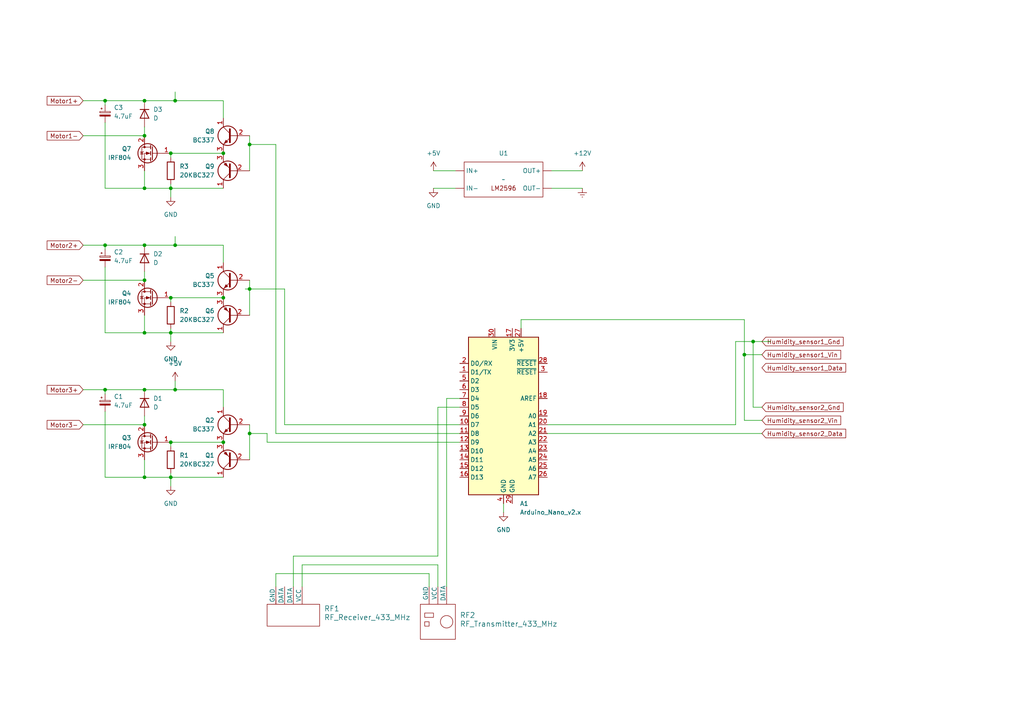
<source format=kicad_sch>
(kicad_sch (version 20230121) (generator eeschema)

  (uuid 28bc296b-dee1-43c4-aa02-d736ea10146c)

  (paper "A4")

  (title_block
    (title "Plantlink - Receiver")
  )

  (lib_symbols
    (symbol "Custom:LM2596_module" (in_bom yes) (on_board yes)
      (property "Reference" "U" (at 0 0 0)
        (effects (font (size 1.27 1.27)))
      )
      (property "Value" "" (at 0 0 0)
        (effects (font (size 1.27 1.27)))
      )
      (property "Footprint" "" (at 0 0 0)
        (effects (font (size 1.27 1.27)) hide)
      )
      (property "Datasheet" "" (at 0 0 0)
        (effects (font (size 1.27 1.27)) hide)
      )
      (symbol "LM2596_module_1_1"
        (rectangle (start -11.43 5.08) (end 11.43 -5.08)
          (stroke (width 0) (type default))
          (fill (type none))
        )
        (text "LM2596\n" (at 0 -2.54 0)
          (effects (font (size 1.27 1.27)))
        )
        (pin input line (at -13.97 2.54 0) (length 2.54)
          (name "IN+" (effects (font (size 1.27 1.27))))
          (number "" (effects (font (size 1.27 1.27))))
        )
        (pin input line (at -13.97 -2.54 0) (length 2.54)
          (name "IN-" (effects (font (size 1.27 1.27))))
          (number "" (effects (font (size 1.27 1.27))))
        )
        (pin output line (at 13.97 2.54 180) (length 2.54)
          (name "OUT+" (effects (font (size 1.27 1.27))))
          (number "" (effects (font (size 1.27 1.27))))
        )
        (pin output line (at 13.97 -2.54 180) (length 2.54)
          (name "OUT-" (effects (font (size 1.27 1.27))))
          (number "" (effects (font (size 1.27 1.27))))
        )
      )
    )
    (symbol "Device:C_Polarized_Small" (pin_numbers hide) (pin_names (offset 0.254) hide) (in_bom yes) (on_board yes)
      (property "Reference" "C" (at 0.254 1.778 0)
        (effects (font (size 1.27 1.27)) (justify left))
      )
      (property "Value" "C_Polarized_Small" (at 0.254 -2.032 0)
        (effects (font (size 1.27 1.27)) (justify left))
      )
      (property "Footprint" "" (at 0 0 0)
        (effects (font (size 1.27 1.27)) hide)
      )
      (property "Datasheet" "~" (at 0 0 0)
        (effects (font (size 1.27 1.27)) hide)
      )
      (property "ki_keywords" "cap capacitor" (at 0 0 0)
        (effects (font (size 1.27 1.27)) hide)
      )
      (property "ki_description" "Polarized capacitor, small symbol" (at 0 0 0)
        (effects (font (size 1.27 1.27)) hide)
      )
      (property "ki_fp_filters" "CP_*" (at 0 0 0)
        (effects (font (size 1.27 1.27)) hide)
      )
      (symbol "C_Polarized_Small_0_1"
        (rectangle (start -1.524 -0.3048) (end 1.524 -0.6858)
          (stroke (width 0) (type default))
          (fill (type outline))
        )
        (rectangle (start -1.524 0.6858) (end 1.524 0.3048)
          (stroke (width 0) (type default))
          (fill (type none))
        )
        (polyline
          (pts
            (xy -1.27 1.524)
            (xy -0.762 1.524)
          )
          (stroke (width 0) (type default))
          (fill (type none))
        )
        (polyline
          (pts
            (xy -1.016 1.27)
            (xy -1.016 1.778)
          )
          (stroke (width 0) (type default))
          (fill (type none))
        )
      )
      (symbol "C_Polarized_Small_1_1"
        (pin passive line (at 0 2.54 270) (length 1.8542)
          (name "~" (effects (font (size 1.27 1.27))))
          (number "1" (effects (font (size 1.27 1.27))))
        )
        (pin passive line (at 0 -2.54 90) (length 1.8542)
          (name "~" (effects (font (size 1.27 1.27))))
          (number "2" (effects (font (size 1.27 1.27))))
        )
      )
    )
    (symbol "Device:D" (pin_numbers hide) (pin_names (offset 1.016) hide) (in_bom yes) (on_board yes)
      (property "Reference" "D" (at 0 2.54 0)
        (effects (font (size 1.27 1.27)))
      )
      (property "Value" "D" (at 0 -2.54 0)
        (effects (font (size 1.27 1.27)))
      )
      (property "Footprint" "" (at 0 0 0)
        (effects (font (size 1.27 1.27)) hide)
      )
      (property "Datasheet" "~" (at 0 0 0)
        (effects (font (size 1.27 1.27)) hide)
      )
      (property "Sim.Device" "D" (at 0 0 0)
        (effects (font (size 1.27 1.27)) hide)
      )
      (property "Sim.Pins" "1=K 2=A" (at 0 0 0)
        (effects (font (size 1.27 1.27)) hide)
      )
      (property "ki_keywords" "diode" (at 0 0 0)
        (effects (font (size 1.27 1.27)) hide)
      )
      (property "ki_description" "Diode" (at 0 0 0)
        (effects (font (size 1.27 1.27)) hide)
      )
      (property "ki_fp_filters" "TO-???* *_Diode_* *SingleDiode* D_*" (at 0 0 0)
        (effects (font (size 1.27 1.27)) hide)
      )
      (symbol "D_0_1"
        (polyline
          (pts
            (xy -1.27 1.27)
            (xy -1.27 -1.27)
          )
          (stroke (width 0.254) (type default))
          (fill (type none))
        )
        (polyline
          (pts
            (xy 1.27 0)
            (xy -1.27 0)
          )
          (stroke (width 0) (type default))
          (fill (type none))
        )
        (polyline
          (pts
            (xy 1.27 1.27)
            (xy 1.27 -1.27)
            (xy -1.27 0)
            (xy 1.27 1.27)
          )
          (stroke (width 0.254) (type default))
          (fill (type none))
        )
      )
      (symbol "D_1_1"
        (pin passive line (at -3.81 0 0) (length 2.54)
          (name "K" (effects (font (size 1.27 1.27))))
          (number "1" (effects (font (size 1.27 1.27))))
        )
        (pin passive line (at 3.81 0 180) (length 2.54)
          (name "A" (effects (font (size 1.27 1.27))))
          (number "2" (effects (font (size 1.27 1.27))))
        )
      )
    )
    (symbol "Device:R" (pin_numbers hide) (pin_names (offset 0)) (in_bom yes) (on_board yes)
      (property "Reference" "R" (at 2.032 0 90)
        (effects (font (size 1.27 1.27)))
      )
      (property "Value" "R" (at 0 0 90)
        (effects (font (size 1.27 1.27)))
      )
      (property "Footprint" "" (at -1.778 0 90)
        (effects (font (size 1.27 1.27)) hide)
      )
      (property "Datasheet" "~" (at 0 0 0)
        (effects (font (size 1.27 1.27)) hide)
      )
      (property "ki_keywords" "R res resistor" (at 0 0 0)
        (effects (font (size 1.27 1.27)) hide)
      )
      (property "ki_description" "Resistor" (at 0 0 0)
        (effects (font (size 1.27 1.27)) hide)
      )
      (property "ki_fp_filters" "R_*" (at 0 0 0)
        (effects (font (size 1.27 1.27)) hide)
      )
      (symbol "R_0_1"
        (rectangle (start -1.016 -2.54) (end 1.016 2.54)
          (stroke (width 0.254) (type default))
          (fill (type none))
        )
      )
      (symbol "R_1_1"
        (pin passive line (at 0 3.81 270) (length 1.27)
          (name "~" (effects (font (size 1.27 1.27))))
          (number "1" (effects (font (size 1.27 1.27))))
        )
        (pin passive line (at 0 -3.81 90) (length 1.27)
          (name "~" (effects (font (size 1.27 1.27))))
          (number "2" (effects (font (size 1.27 1.27))))
        )
      )
    )
    (symbol "MCU_Module:Arduino_Nano_v2.x" (in_bom yes) (on_board yes)
      (property "Reference" "A" (at -10.16 23.495 0)
        (effects (font (size 1.27 1.27)) (justify left bottom))
      )
      (property "Value" "Arduino_Nano_v2.x" (at 5.08 -24.13 0)
        (effects (font (size 1.27 1.27)) (justify left top))
      )
      (property "Footprint" "Module:Arduino_Nano" (at 0 0 0)
        (effects (font (size 1.27 1.27) italic) hide)
      )
      (property "Datasheet" "https://www.arduino.cc/en/uploads/Main/ArduinoNanoManual23.pdf" (at 0 0 0)
        (effects (font (size 1.27 1.27)) hide)
      )
      (property "ki_keywords" "Arduino nano microcontroller module USB" (at 0 0 0)
        (effects (font (size 1.27 1.27)) hide)
      )
      (property "ki_description" "Arduino Nano v2.x" (at 0 0 0)
        (effects (font (size 1.27 1.27)) hide)
      )
      (property "ki_fp_filters" "Arduino*Nano*" (at 0 0 0)
        (effects (font (size 1.27 1.27)) hide)
      )
      (symbol "Arduino_Nano_v2.x_0_1"
        (rectangle (start -10.16 22.86) (end 10.16 -22.86)
          (stroke (width 0.254) (type default))
          (fill (type background))
        )
      )
      (symbol "Arduino_Nano_v2.x_1_1"
        (pin bidirectional line (at -12.7 12.7 0) (length 2.54)
          (name "D1/TX" (effects (font (size 1.27 1.27))))
          (number "1" (effects (font (size 1.27 1.27))))
        )
        (pin bidirectional line (at -12.7 -2.54 0) (length 2.54)
          (name "D7" (effects (font (size 1.27 1.27))))
          (number "10" (effects (font (size 1.27 1.27))))
        )
        (pin bidirectional line (at -12.7 -5.08 0) (length 2.54)
          (name "D8" (effects (font (size 1.27 1.27))))
          (number "11" (effects (font (size 1.27 1.27))))
        )
        (pin bidirectional line (at -12.7 -7.62 0) (length 2.54)
          (name "D9" (effects (font (size 1.27 1.27))))
          (number "12" (effects (font (size 1.27 1.27))))
        )
        (pin bidirectional line (at -12.7 -10.16 0) (length 2.54)
          (name "D10" (effects (font (size 1.27 1.27))))
          (number "13" (effects (font (size 1.27 1.27))))
        )
        (pin bidirectional line (at -12.7 -12.7 0) (length 2.54)
          (name "D11" (effects (font (size 1.27 1.27))))
          (number "14" (effects (font (size 1.27 1.27))))
        )
        (pin bidirectional line (at -12.7 -15.24 0) (length 2.54)
          (name "D12" (effects (font (size 1.27 1.27))))
          (number "15" (effects (font (size 1.27 1.27))))
        )
        (pin bidirectional line (at -12.7 -17.78 0) (length 2.54)
          (name "D13" (effects (font (size 1.27 1.27))))
          (number "16" (effects (font (size 1.27 1.27))))
        )
        (pin power_out line (at 2.54 25.4 270) (length 2.54)
          (name "3V3" (effects (font (size 1.27 1.27))))
          (number "17" (effects (font (size 1.27 1.27))))
        )
        (pin input line (at 12.7 5.08 180) (length 2.54)
          (name "AREF" (effects (font (size 1.27 1.27))))
          (number "18" (effects (font (size 1.27 1.27))))
        )
        (pin bidirectional line (at 12.7 0 180) (length 2.54)
          (name "A0" (effects (font (size 1.27 1.27))))
          (number "19" (effects (font (size 1.27 1.27))))
        )
        (pin bidirectional line (at -12.7 15.24 0) (length 2.54)
          (name "D0/RX" (effects (font (size 1.27 1.27))))
          (number "2" (effects (font (size 1.27 1.27))))
        )
        (pin bidirectional line (at 12.7 -2.54 180) (length 2.54)
          (name "A1" (effects (font (size 1.27 1.27))))
          (number "20" (effects (font (size 1.27 1.27))))
        )
        (pin bidirectional line (at 12.7 -5.08 180) (length 2.54)
          (name "A2" (effects (font (size 1.27 1.27))))
          (number "21" (effects (font (size 1.27 1.27))))
        )
        (pin bidirectional line (at 12.7 -7.62 180) (length 2.54)
          (name "A3" (effects (font (size 1.27 1.27))))
          (number "22" (effects (font (size 1.27 1.27))))
        )
        (pin bidirectional line (at 12.7 -10.16 180) (length 2.54)
          (name "A4" (effects (font (size 1.27 1.27))))
          (number "23" (effects (font (size 1.27 1.27))))
        )
        (pin bidirectional line (at 12.7 -12.7 180) (length 2.54)
          (name "A5" (effects (font (size 1.27 1.27))))
          (number "24" (effects (font (size 1.27 1.27))))
        )
        (pin bidirectional line (at 12.7 -15.24 180) (length 2.54)
          (name "A6" (effects (font (size 1.27 1.27))))
          (number "25" (effects (font (size 1.27 1.27))))
        )
        (pin bidirectional line (at 12.7 -17.78 180) (length 2.54)
          (name "A7" (effects (font (size 1.27 1.27))))
          (number "26" (effects (font (size 1.27 1.27))))
        )
        (pin power_out line (at 5.08 25.4 270) (length 2.54)
          (name "+5V" (effects (font (size 1.27 1.27))))
          (number "27" (effects (font (size 1.27 1.27))))
        )
        (pin input line (at 12.7 15.24 180) (length 2.54)
          (name "~{RESET}" (effects (font (size 1.27 1.27))))
          (number "28" (effects (font (size 1.27 1.27))))
        )
        (pin power_in line (at 2.54 -25.4 90) (length 2.54)
          (name "GND" (effects (font (size 1.27 1.27))))
          (number "29" (effects (font (size 1.27 1.27))))
        )
        (pin input line (at 12.7 12.7 180) (length 2.54)
          (name "~{RESET}" (effects (font (size 1.27 1.27))))
          (number "3" (effects (font (size 1.27 1.27))))
        )
        (pin power_in line (at -2.54 25.4 270) (length 2.54)
          (name "VIN" (effects (font (size 1.27 1.27))))
          (number "30" (effects (font (size 1.27 1.27))))
        )
        (pin power_in line (at 0 -25.4 90) (length 2.54)
          (name "GND" (effects (font (size 1.27 1.27))))
          (number "4" (effects (font (size 1.27 1.27))))
        )
        (pin bidirectional line (at -12.7 10.16 0) (length 2.54)
          (name "D2" (effects (font (size 1.27 1.27))))
          (number "5" (effects (font (size 1.27 1.27))))
        )
        (pin bidirectional line (at -12.7 7.62 0) (length 2.54)
          (name "D3" (effects (font (size 1.27 1.27))))
          (number "6" (effects (font (size 1.27 1.27))))
        )
        (pin bidirectional line (at -12.7 5.08 0) (length 2.54)
          (name "D4" (effects (font (size 1.27 1.27))))
          (number "7" (effects (font (size 1.27 1.27))))
        )
        (pin bidirectional line (at -12.7 2.54 0) (length 2.54)
          (name "D5" (effects (font (size 1.27 1.27))))
          (number "8" (effects (font (size 1.27 1.27))))
        )
        (pin bidirectional line (at -12.7 0 0) (length 2.54)
          (name "D6" (effects (font (size 1.27 1.27))))
          (number "9" (effects (font (size 1.27 1.27))))
        )
      )
    )
    (symbol "Transistor_BJT:BC327" (pin_names (offset 0) hide) (in_bom yes) (on_board yes)
      (property "Reference" "Q" (at 5.08 1.905 0)
        (effects (font (size 1.27 1.27)) (justify left))
      )
      (property "Value" "BC327" (at 5.08 0 0)
        (effects (font (size 1.27 1.27)) (justify left))
      )
      (property "Footprint" "Package_TO_SOT_THT:TO-92_Inline" (at 5.08 -1.905 0)
        (effects (font (size 1.27 1.27) italic) (justify left) hide)
      )
      (property "Datasheet" "http://www.onsemi.com/pub_link/Collateral/BC327-D.PDF" (at 0 0 0)
        (effects (font (size 1.27 1.27)) (justify left) hide)
      )
      (property "ki_keywords" "PNP Transistor" (at 0 0 0)
        (effects (font (size 1.27 1.27)) hide)
      )
      (property "ki_description" "0.8A Ic, 45V Vce, PNP Transistor, TO-92" (at 0 0 0)
        (effects (font (size 1.27 1.27)) hide)
      )
      (property "ki_fp_filters" "TO?92*" (at 0 0 0)
        (effects (font (size 1.27 1.27)) hide)
      )
      (symbol "BC327_0_1"
        (polyline
          (pts
            (xy 0.635 0.635)
            (xy 2.54 2.54)
          )
          (stroke (width 0) (type default))
          (fill (type none))
        )
        (polyline
          (pts
            (xy 0.635 -0.635)
            (xy 2.54 -2.54)
            (xy 2.54 -2.54)
          )
          (stroke (width 0) (type default))
          (fill (type none))
        )
        (polyline
          (pts
            (xy 0.635 1.905)
            (xy 0.635 -1.905)
            (xy 0.635 -1.905)
          )
          (stroke (width 0.508) (type default))
          (fill (type none))
        )
        (polyline
          (pts
            (xy 2.286 -1.778)
            (xy 1.778 -2.286)
            (xy 1.27 -1.27)
            (xy 2.286 -1.778)
            (xy 2.286 -1.778)
          )
          (stroke (width 0) (type default))
          (fill (type outline))
        )
        (circle (center 1.27 0) (radius 2.8194)
          (stroke (width 0.254) (type default))
          (fill (type none))
        )
      )
      (symbol "BC327_1_1"
        (pin passive line (at 2.54 5.08 270) (length 2.54)
          (name "C" (effects (font (size 1.27 1.27))))
          (number "1" (effects (font (size 1.27 1.27))))
        )
        (pin input line (at -5.08 0 0) (length 5.715)
          (name "B" (effects (font (size 1.27 1.27))))
          (number "2" (effects (font (size 1.27 1.27))))
        )
        (pin passive line (at 2.54 -5.08 90) (length 2.54)
          (name "E" (effects (font (size 1.27 1.27))))
          (number "3" (effects (font (size 1.27 1.27))))
        )
      )
    )
    (symbol "Transistor_BJT:BC337" (pin_names (offset 0) hide) (in_bom yes) (on_board yes)
      (property "Reference" "Q" (at 5.08 1.905 0)
        (effects (font (size 1.27 1.27)) (justify left))
      )
      (property "Value" "BC337" (at 5.08 0 0)
        (effects (font (size 1.27 1.27)) (justify left))
      )
      (property "Footprint" "Package_TO_SOT_THT:TO-92_Inline" (at 5.08 -1.905 0)
        (effects (font (size 1.27 1.27) italic) (justify left) hide)
      )
      (property "Datasheet" "https://diotec.com/tl_files/diotec/files/pdf/datasheets/bc337.pdf" (at 0 0 0)
        (effects (font (size 1.27 1.27)) (justify left) hide)
      )
      (property "ki_keywords" "NPN Transistor" (at 0 0 0)
        (effects (font (size 1.27 1.27)) hide)
      )
      (property "ki_description" "0.8A Ic, 45V Vce, NPN Transistor, TO-92" (at 0 0 0)
        (effects (font (size 1.27 1.27)) hide)
      )
      (property "ki_fp_filters" "TO?92*" (at 0 0 0)
        (effects (font (size 1.27 1.27)) hide)
      )
      (symbol "BC337_0_1"
        (polyline
          (pts
            (xy 0 0)
            (xy 0.635 0)
          )
          (stroke (width 0) (type default))
          (fill (type none))
        )
        (polyline
          (pts
            (xy 0.635 0.635)
            (xy 2.54 2.54)
          )
          (stroke (width 0) (type default))
          (fill (type none))
        )
        (polyline
          (pts
            (xy 0.635 -0.635)
            (xy 2.54 -2.54)
            (xy 2.54 -2.54)
          )
          (stroke (width 0) (type default))
          (fill (type none))
        )
        (polyline
          (pts
            (xy 0.635 1.905)
            (xy 0.635 -1.905)
            (xy 0.635 -1.905)
          )
          (stroke (width 0.508) (type default))
          (fill (type none))
        )
        (polyline
          (pts
            (xy 1.27 -1.778)
            (xy 1.778 -1.27)
            (xy 2.286 -2.286)
            (xy 1.27 -1.778)
            (xy 1.27 -1.778)
          )
          (stroke (width 0) (type default))
          (fill (type outline))
        )
        (circle (center 1.27 0) (radius 2.8194)
          (stroke (width 0.254) (type default))
          (fill (type none))
        )
      )
      (symbol "BC337_1_1"
        (pin passive line (at 2.54 5.08 270) (length 2.54)
          (name "C" (effects (font (size 1.27 1.27))))
          (number "1" (effects (font (size 1.27 1.27))))
        )
        (pin input line (at -5.08 0 0) (length 5.08)
          (name "B" (effects (font (size 1.27 1.27))))
          (number "2" (effects (font (size 1.27 1.27))))
        )
        (pin passive line (at 2.54 -5.08 90) (length 2.54)
          (name "E" (effects (font (size 1.27 1.27))))
          (number "3" (effects (font (size 1.27 1.27))))
        )
      )
    )
    (symbol "Transistor_FET:IRLZ24" (pin_names hide) (in_bom yes) (on_board yes)
      (property "Reference" "Q" (at 6.35 1.905 0)
        (effects (font (size 1.27 1.27)) (justify left))
      )
      (property "Value" "IRLZ24" (at 6.35 0 0)
        (effects (font (size 1.27 1.27)) (justify left))
      )
      (property "Footprint" "Package_TO_SOT_THT:TO-220-3_Vertical" (at 6.35 -1.905 0)
        (effects (font (size 1.27 1.27) italic) (justify left) hide)
      )
      (property "Datasheet" "https://www.vishay.com/docs/91326/sihlz24.pdf" (at 0 0 0)
        (effects (font (size 1.27 1.27)) (justify left) hide)
      )
      (property "ki_keywords" "N-Channel Power MOSFET" (at 0 0 0)
        (effects (font (size 1.27 1.27)) hide)
      )
      (property "ki_description" "17A Id, 60V Vds, N-Channel Power MOSFET, TO-220AB" (at 0 0 0)
        (effects (font (size 1.27 1.27)) hide)
      )
      (property "ki_fp_filters" "TO?220*" (at 0 0 0)
        (effects (font (size 1.27 1.27)) hide)
      )
      (symbol "IRLZ24_0_1"
        (polyline
          (pts
            (xy 0.254 0)
            (xy -2.54 0)
          )
          (stroke (width 0) (type default))
          (fill (type none))
        )
        (polyline
          (pts
            (xy 0.254 1.905)
            (xy 0.254 -1.905)
          )
          (stroke (width 0.254) (type default))
          (fill (type none))
        )
        (polyline
          (pts
            (xy 0.762 -1.27)
            (xy 0.762 -2.286)
          )
          (stroke (width 0.254) (type default))
          (fill (type none))
        )
        (polyline
          (pts
            (xy 0.762 0.508)
            (xy 0.762 -0.508)
          )
          (stroke (width 0.254) (type default))
          (fill (type none))
        )
        (polyline
          (pts
            (xy 0.762 2.286)
            (xy 0.762 1.27)
          )
          (stroke (width 0.254) (type default))
          (fill (type none))
        )
        (polyline
          (pts
            (xy 2.54 2.54)
            (xy 2.54 1.778)
          )
          (stroke (width 0) (type default))
          (fill (type none))
        )
        (polyline
          (pts
            (xy 2.54 -2.54)
            (xy 2.54 0)
            (xy 0.762 0)
          )
          (stroke (width 0) (type default))
          (fill (type none))
        )
        (polyline
          (pts
            (xy 0.762 -1.778)
            (xy 3.302 -1.778)
            (xy 3.302 1.778)
            (xy 0.762 1.778)
          )
          (stroke (width 0) (type default))
          (fill (type none))
        )
        (polyline
          (pts
            (xy 1.016 0)
            (xy 2.032 0.381)
            (xy 2.032 -0.381)
            (xy 1.016 0)
          )
          (stroke (width 0) (type default))
          (fill (type outline))
        )
        (polyline
          (pts
            (xy 2.794 0.508)
            (xy 2.921 0.381)
            (xy 3.683 0.381)
            (xy 3.81 0.254)
          )
          (stroke (width 0) (type default))
          (fill (type none))
        )
        (polyline
          (pts
            (xy 3.302 0.381)
            (xy 2.921 -0.254)
            (xy 3.683 -0.254)
            (xy 3.302 0.381)
          )
          (stroke (width 0) (type default))
          (fill (type none))
        )
        (circle (center 1.651 0) (radius 2.794)
          (stroke (width 0.254) (type default))
          (fill (type none))
        )
        (circle (center 2.54 -1.778) (radius 0.254)
          (stroke (width 0) (type default))
          (fill (type outline))
        )
        (circle (center 2.54 1.778) (radius 0.254)
          (stroke (width 0) (type default))
          (fill (type outline))
        )
      )
      (symbol "IRLZ24_1_1"
        (pin input line (at -5.08 0 0) (length 2.54)
          (name "G" (effects (font (size 1.27 1.27))))
          (number "1" (effects (font (size 1.27 1.27))))
        )
        (pin passive line (at 2.54 5.08 270) (length 2.54)
          (name "D" (effects (font (size 1.27 1.27))))
          (number "2" (effects (font (size 1.27 1.27))))
        )
        (pin passive line (at 2.54 -5.08 90) (length 2.54)
          (name "S" (effects (font (size 1.27 1.27))))
          (number "3" (effects (font (size 1.27 1.27))))
        )
      )
    )
    (symbol "power:+12V" (power) (pin_names (offset 0)) (in_bom yes) (on_board yes)
      (property "Reference" "#PWR" (at 0 -3.81 0)
        (effects (font (size 1.27 1.27)) hide)
      )
      (property "Value" "+12V" (at 0 3.556 0)
        (effects (font (size 1.27 1.27)))
      )
      (property "Footprint" "" (at 0 0 0)
        (effects (font (size 1.27 1.27)) hide)
      )
      (property "Datasheet" "" (at 0 0 0)
        (effects (font (size 1.27 1.27)) hide)
      )
      (property "ki_keywords" "global power" (at 0 0 0)
        (effects (font (size 1.27 1.27)) hide)
      )
      (property "ki_description" "Power symbol creates a global label with name \"+12V\"" (at 0 0 0)
        (effects (font (size 1.27 1.27)) hide)
      )
      (symbol "+12V_0_1"
        (polyline
          (pts
            (xy -0.762 1.27)
            (xy 0 2.54)
          )
          (stroke (width 0) (type default))
          (fill (type none))
        )
        (polyline
          (pts
            (xy 0 0)
            (xy 0 2.54)
          )
          (stroke (width 0) (type default))
          (fill (type none))
        )
        (polyline
          (pts
            (xy 0 2.54)
            (xy 0.762 1.27)
          )
          (stroke (width 0) (type default))
          (fill (type none))
        )
      )
      (symbol "+12V_1_1"
        (pin power_in line (at 0 0 90) (length 0) hide
          (name "+12V" (effects (font (size 1.27 1.27))))
          (number "1" (effects (font (size 1.27 1.27))))
        )
      )
    )
    (symbol "power:+5V" (power) (pin_names (offset 0)) (in_bom yes) (on_board yes)
      (property "Reference" "#PWR" (at 0 -3.81 0)
        (effects (font (size 1.27 1.27)) hide)
      )
      (property "Value" "+5V" (at 0 3.556 0)
        (effects (font (size 1.27 1.27)))
      )
      (property "Footprint" "" (at 0 0 0)
        (effects (font (size 1.27 1.27)) hide)
      )
      (property "Datasheet" "" (at 0 0 0)
        (effects (font (size 1.27 1.27)) hide)
      )
      (property "ki_keywords" "global power" (at 0 0 0)
        (effects (font (size 1.27 1.27)) hide)
      )
      (property "ki_description" "Power symbol creates a global label with name \"+5V\"" (at 0 0 0)
        (effects (font (size 1.27 1.27)) hide)
      )
      (symbol "+5V_0_1"
        (polyline
          (pts
            (xy -0.762 1.27)
            (xy 0 2.54)
          )
          (stroke (width 0) (type default))
          (fill (type none))
        )
        (polyline
          (pts
            (xy 0 0)
            (xy 0 2.54)
          )
          (stroke (width 0) (type default))
          (fill (type none))
        )
        (polyline
          (pts
            (xy 0 2.54)
            (xy 0.762 1.27)
          )
          (stroke (width 0) (type default))
          (fill (type none))
        )
      )
      (symbol "+5V_1_1"
        (pin power_in line (at 0 0 90) (length 0) hide
          (name "+5V" (effects (font (size 1.27 1.27))))
          (number "1" (effects (font (size 1.27 1.27))))
        )
      )
    )
    (symbol "power:Earth" (power) (pin_names (offset 0)) (in_bom yes) (on_board yes)
      (property "Reference" "#PWR" (at 0 -6.35 0)
        (effects (font (size 1.27 1.27)) hide)
      )
      (property "Value" "Earth" (at 0 -3.81 0)
        (effects (font (size 1.27 1.27)) hide)
      )
      (property "Footprint" "" (at 0 0 0)
        (effects (font (size 1.27 1.27)) hide)
      )
      (property "Datasheet" "~" (at 0 0 0)
        (effects (font (size 1.27 1.27)) hide)
      )
      (property "ki_keywords" "global ground gnd" (at 0 0 0)
        (effects (font (size 1.27 1.27)) hide)
      )
      (property "ki_description" "Power symbol creates a global label with name \"Earth\"" (at 0 0 0)
        (effects (font (size 1.27 1.27)) hide)
      )
      (symbol "Earth_0_1"
        (polyline
          (pts
            (xy -0.635 -1.905)
            (xy 0.635 -1.905)
          )
          (stroke (width 0) (type default))
          (fill (type none))
        )
        (polyline
          (pts
            (xy -0.127 -2.54)
            (xy 0.127 -2.54)
          )
          (stroke (width 0) (type default))
          (fill (type none))
        )
        (polyline
          (pts
            (xy 0 -1.27)
            (xy 0 0)
          )
          (stroke (width 0) (type default))
          (fill (type none))
        )
        (polyline
          (pts
            (xy 1.27 -1.27)
            (xy -1.27 -1.27)
          )
          (stroke (width 0) (type default))
          (fill (type none))
        )
      )
      (symbol "Earth_1_1"
        (pin power_in line (at 0 0 270) (length 0) hide
          (name "Earth" (effects (font (size 1.27 1.27))))
          (number "1" (effects (font (size 1.27 1.27))))
        )
      )
    )
    (symbol "power:GND" (power) (pin_names (offset 0)) (in_bom yes) (on_board yes)
      (property "Reference" "#PWR" (at 0 -6.35 0)
        (effects (font (size 1.27 1.27)) hide)
      )
      (property "Value" "GND" (at 0 -3.81 0)
        (effects (font (size 1.27 1.27)))
      )
      (property "Footprint" "" (at 0 0 0)
        (effects (font (size 1.27 1.27)) hide)
      )
      (property "Datasheet" "" (at 0 0 0)
        (effects (font (size 1.27 1.27)) hide)
      )
      (property "ki_keywords" "global power" (at 0 0 0)
        (effects (font (size 1.27 1.27)) hide)
      )
      (property "ki_description" "Power symbol creates a global label with name \"GND\" , ground" (at 0 0 0)
        (effects (font (size 1.27 1.27)) hide)
      )
      (symbol "GND_0_1"
        (polyline
          (pts
            (xy 0 0)
            (xy 0 -1.27)
            (xy 1.27 -1.27)
            (xy 0 -2.54)
            (xy -1.27 -1.27)
            (xy 0 -1.27)
          )
          (stroke (width 0) (type default))
          (fill (type none))
        )
      )
      (symbol "GND_1_1"
        (pin power_in line (at 0 0 270) (length 0) hide
          (name "GND" (effects (font (size 1.27 1.27))))
          (number "1" (effects (font (size 1.27 1.27))))
        )
      )
    )
    (symbol "sensors:RF_Receiver_433_MHz" (pin_numbers hide) (pin_names (offset 0)) (in_bom yes) (on_board yes)
      (property "Reference" "RF" (at 0 16.51 0)
        (effects (font (size 1.524 1.524)))
      )
      (property "Value" "RF_Receiver_433_MHz" (at 0 13.97 0)
        (effects (font (size 1.524 1.524)))
      )
      (property "Footprint" "" (at 2.54 0 0)
        (effects (font (size 1.524 1.524)))
      )
      (property "Datasheet" "" (at 2.54 0 0)
        (effects (font (size 1.524 1.524)))
      )
      (property "ki_keywords" "rf, receiver, 433" (at 0 0 0)
        (effects (font (size 1.27 1.27)) hide)
      )
      (property "ki_description" "An RF receiver at 433 MHz" (at 0 0 0)
        (effects (font (size 1.27 1.27)) hide)
      )
      (symbol "RF_Receiver_433_MHz_0_1"
        (rectangle (start -7.62 5.08) (end 7.62 11.43)
          (stroke (width 0) (type solid))
          (fill (type none))
        )
        (polyline
          (pts
            (xy 5.08 3.81)
            (xy 5.08 5.08)
          )
          (stroke (width 0) (type solid))
          (fill (type none))
        )
      )
      (symbol "RF_Receiver_433_MHz_1_1"
        (pin power_in line (at -2.54 0 90) (length 5.08)
          (name "VCC" (effects (font (size 1.27 1.27))))
          (number "1" (effects (font (size 1.27 1.27))))
        )
        (pin input line (at 0 0 90) (length 5.08)
          (name "DATA" (effects (font (size 1.27 1.27))))
          (number "2" (effects (font (size 1.27 1.27))))
        )
        (pin output line (at 2.54 0 90) (length 5.08)
          (name "DATA" (effects (font (size 1.27 1.27))))
          (number "3" (effects (font (size 1.27 1.27))))
        )
        (pin power_in line (at 5.08 0 90) (length 5.08)
          (name "GND" (effects (font (size 1.27 1.27))))
          (number "4" (effects (font (size 1.27 1.27))))
        )
      )
    )
    (symbol "sensors:RF_Transmitter_433_MHz" (pin_numbers hide) (pin_names (offset 0)) (in_bom yes) (on_board yes)
      (property "Reference" "RF" (at 0 20.32 0)
        (effects (font (size 1.524 1.524)))
      )
      (property "Value" "RF_Transmitter_433_MHz" (at 0 17.78 0)
        (effects (font (size 1.524 1.524)))
      )
      (property "Footprint" "" (at 0 0 0)
        (effects (font (size 1.524 1.524)))
      )
      (property "Datasheet" "" (at 0 0 0)
        (effects (font (size 1.524 1.524)))
      )
      (property "ki_keywords" "rf, transmitter, 433" (at 0 0 0)
        (effects (font (size 1.27 1.27)) hide)
      )
      (property "ki_description" "An RF transmitter at 433 MHz" (at 0 0 0)
        (effects (font (size 1.27 1.27)) hide)
      )
      (symbol "RF_Transmitter_433_MHz_0_1"
        (rectangle (start -5.08 5.08) (end 5.08 15.24)
          (stroke (width 0) (type solid))
          (fill (type none))
        )
        (circle (center -2.54 10.16) (radius 1.8034)
          (stroke (width 0) (type solid))
          (fill (type none))
        )
        (polyline
          (pts
            (xy -2.54 3.81)
            (xy -2.54 5.08)
          )
          (stroke (width 0) (type solid))
          (fill (type none))
        )
        (polyline
          (pts
            (xy 0 3.81)
            (xy 0 5.08)
          )
          (stroke (width 0) (type solid))
          (fill (type none))
        )
        (polyline
          (pts
            (xy 2.54 3.81)
            (xy 2.54 5.08)
          )
          (stroke (width 0) (type solid))
          (fill (type none))
        )
        (rectangle (start 3.81 8.89) (end 1.27 7.62)
          (stroke (width 0) (type solid))
          (fill (type none))
        )
        (rectangle (start 3.81 11.43) (end 2.54 10.16)
          (stroke (width 0) (type solid))
          (fill (type none))
        )
      )
      (symbol "RF_Transmitter_433_MHz_1_1"
        (pin input line (at -2.54 0 90) (length 3.81)
          (name "DATA" (effects (font (size 1.27 1.27))))
          (number "1" (effects (font (size 1.27 1.27))))
        )
        (pin power_in line (at 0 0 90) (length 3.81)
          (name "VCC" (effects (font (size 1.27 1.27))))
          (number "2" (effects (font (size 1.27 1.27))))
        )
        (pin power_in line (at 2.54 0 90) (length 3.81)
          (name "GND" (effects (font (size 1.27 1.27))))
          (number "3" (effects (font (size 1.27 1.27))))
        )
      )
    )
  )

  (junction (at 50.8 71.12) (diameter 0) (color 0 0 0 0)
    (uuid 06015750-e9e3-4645-a296-38090c8157e0)
  )
  (junction (at 41.91 71.12) (diameter 0) (color 0 0 0 0)
    (uuid 083253d0-b6b6-4922-8b5d-9304cbbeb4b3)
  )
  (junction (at 64.77 44.45) (diameter 0) (color 0 0 0 0)
    (uuid 1b6d6388-4c3b-4ab1-a35b-2f5bf174ef66)
  )
  (junction (at 41.91 29.21) (diameter 0) (color 0 0 0 0)
    (uuid 1f0e1488-9cf3-4e2b-aa55-ea77643f6f21)
  )
  (junction (at 30.48 113.03) (diameter 0) (color 0 0 0 0)
    (uuid 28e98e5f-7538-49b8-bd9c-320ed8bf4a12)
  )
  (junction (at 41.91 54.61) (diameter 0) (color 0 0 0 0)
    (uuid 39134aba-c37d-46c8-83c7-d8c0f4931e3c)
  )
  (junction (at 72.39 125.73) (diameter 0) (color 0 0 0 0)
    (uuid 462e0be3-e704-4e72-afa9-17b22c67c15d)
  )
  (junction (at 41.91 96.52) (diameter 0) (color 0 0 0 0)
    (uuid 51c867e7-a685-47c9-848b-c1e0a8c26652)
  )
  (junction (at 215.9 102.87) (diameter 0) (color 0 0 0 0)
    (uuid 5d6f37fe-9781-4888-8cca-f81877e0bed7)
  )
  (junction (at 50.8 29.21) (diameter 0) (color 0 0 0 0)
    (uuid 60e71b98-5e60-4286-8cc4-6c259368af34)
  )
  (junction (at 64.77 128.27) (diameter 0) (color 0 0 0 0)
    (uuid 65987025-2c07-4d7b-9ef2-280f23c98b3e)
  )
  (junction (at 41.91 113.03) (diameter 0) (color 0 0 0 0)
    (uuid 6ab0cec7-808c-411f-a161-f002f6fddabc)
  )
  (junction (at 72.39 83.82) (diameter 0) (color 0 0 0 0)
    (uuid 6f492259-672a-49c3-9ef4-2be938a334e8)
  )
  (junction (at 41.91 138.43) (diameter 0) (color 0 0 0 0)
    (uuid 7af53d9a-cace-4f9f-be15-9c3d64fac9d9)
  )
  (junction (at 41.91 81.28) (diameter 0) (color 0 0 0 0)
    (uuid 7b22748a-51be-4851-9cff-51973add95e8)
  )
  (junction (at 49.53 128.27) (diameter 0) (color 0 0 0 0)
    (uuid 7d3f6413-954e-4ae1-ac6a-4ff6d7e79ee2)
  )
  (junction (at 49.53 44.45) (diameter 0) (color 0 0 0 0)
    (uuid 81b5598a-25ce-45b0-98d3-1ee78911d51f)
  )
  (junction (at 30.48 29.21) (diameter 0) (color 0 0 0 0)
    (uuid 854d7536-a50f-45e0-a04e-225ee4b9b38a)
  )
  (junction (at 49.53 96.52) (diameter 0) (color 0 0 0 0)
    (uuid 858ad86c-493c-4aef-97f9-83381603fd3f)
  )
  (junction (at 72.39 41.91) (diameter 0) (color 0 0 0 0)
    (uuid 89e8c2ae-01f4-4a31-a90b-f52e9f6d41a3)
  )
  (junction (at 50.8 113.03) (diameter 0) (color 0 0 0 0)
    (uuid 980d9b2f-50e4-4d8a-a669-eb7b67c06209)
  )
  (junction (at 49.53 86.36) (diameter 0) (color 0 0 0 0)
    (uuid 999629eb-628b-4d3e-88bb-f6a3f9da57b4)
  )
  (junction (at 49.53 138.43) (diameter 0) (color 0 0 0 0)
    (uuid 99ff62d5-82ad-4b39-8ee4-3766743ac2f8)
  )
  (junction (at 41.91 123.19) (diameter 0) (color 0 0 0 0)
    (uuid 9d25dbc9-43ee-4593-8a5e-8ca1746d79cd)
  )
  (junction (at 41.91 39.37) (diameter 0) (color 0 0 0 0)
    (uuid b1b1e9c5-16d4-4c6a-bbf5-be277cebd23a)
  )
  (junction (at 49.53 54.61) (diameter 0) (color 0 0 0 0)
    (uuid b9996479-ae84-4ae6-98ec-37a37474ff4e)
  )
  (junction (at 30.48 71.12) (diameter 0) (color 0 0 0 0)
    (uuid c2e6bad8-9da0-4b7a-8547-8c5565f5a86c)
  )
  (junction (at 64.77 86.36) (diameter 0) (color 0 0 0 0)
    (uuid cadb48dc-fe54-497f-a58d-27a56bb4acb9)
  )
  (junction (at 218.44 99.06) (diameter 0) (color 0 0 0 0)
    (uuid f10e11c7-ee35-4307-bce0-7efe56cec7b2)
  )

  (wire (pts (xy 41.91 54.61) (xy 49.53 54.61))
    (stroke (width 0) (type default))
    (uuid 0254eba4-a6e1-4421-b29a-6c5ef1153aa8)
  )
  (wire (pts (xy 24.13 113.03) (xy 30.48 113.03))
    (stroke (width 0) (type default))
    (uuid 0db4a9e4-cde5-4096-8559-a67eb20d3fee)
  )
  (wire (pts (xy 24.13 29.21) (xy 30.48 29.21))
    (stroke (width 0) (type default))
    (uuid 0eaae7d6-401f-49cf-afe6-328672ffe6e3)
  )
  (wire (pts (xy 30.48 35.56) (xy 30.48 54.61))
    (stroke (width 0) (type default))
    (uuid 14cf47d0-49f0-4212-b620-b2f931cf04ef)
  )
  (wire (pts (xy 30.48 138.43) (xy 41.91 138.43))
    (stroke (width 0) (type default))
    (uuid 1661774f-ffdd-49d6-a1c7-9df17f3d2d40)
  )
  (wire (pts (xy 72.39 41.91) (xy 80.01 41.91))
    (stroke (width 0) (type default))
    (uuid 1e700a92-f2ad-4fd8-86e7-5a30f8666285)
  )
  (wire (pts (xy 49.53 44.45) (xy 64.77 44.45))
    (stroke (width 0) (type default))
    (uuid 1fd417b6-64cd-4aeb-93e2-1ea810e1932e)
  )
  (wire (pts (xy 30.48 71.12) (xy 41.91 71.12))
    (stroke (width 0) (type default))
    (uuid 247957a6-b999-4142-b034-698e0f14c9d2)
  )
  (wire (pts (xy 158.75 125.73) (xy 220.98 125.73))
    (stroke (width 0) (type default))
    (uuid 253355fa-32a0-41ae-9597-b2ac2f491512)
  )
  (wire (pts (xy 49.53 138.43) (xy 64.77 138.43))
    (stroke (width 0) (type default))
    (uuid 25982c08-a21c-40f4-9727-ceb6926c5768)
  )
  (wire (pts (xy 215.9 102.87) (xy 215.9 121.92))
    (stroke (width 0) (type default))
    (uuid 2619a701-1199-4949-a0e3-65b6151e7835)
  )
  (wire (pts (xy 218.44 99.06) (xy 218.44 118.11))
    (stroke (width 0) (type default))
    (uuid 27a591b6-72f6-49f3-9989-dff55e208c31)
  )
  (wire (pts (xy 72.39 83.82) (xy 72.39 91.44))
    (stroke (width 0) (type default))
    (uuid 2ee9b0ba-d7a7-4e36-91fc-1330fa51a5e0)
  )
  (wire (pts (xy 41.91 96.52) (xy 49.53 96.52))
    (stroke (width 0) (type default))
    (uuid 2f2ec40c-5342-4477-8470-d0872ed48079)
  )
  (wire (pts (xy 50.8 68.58) (xy 50.8 71.12))
    (stroke (width 0) (type default))
    (uuid 2f70b6f2-7c58-47e9-81f9-cc1c9152549d)
  )
  (wire (pts (xy 160.02 49.53) (xy 168.91 49.53))
    (stroke (width 0) (type default))
    (uuid 3036438b-ea4e-48b9-b4e7-f8b1316e3364)
  )
  (wire (pts (xy 80.01 170.18) (xy 80.01 166.37))
    (stroke (width 0) (type default))
    (uuid 329b1bed-6a4b-409d-bf45-7a7f8c689da8)
  )
  (wire (pts (xy 151.13 95.25) (xy 151.13 92.71))
    (stroke (width 0) (type default))
    (uuid 3dfb100b-13d7-438d-9763-8947cd3f49f1)
  )
  (wire (pts (xy 127 161.29) (xy 85.09 161.29))
    (stroke (width 0) (type default))
    (uuid 3ebbbb78-b922-4e1b-85ac-bacb9e6d4129)
  )
  (wire (pts (xy 213.36 123.19) (xy 158.75 123.19))
    (stroke (width 0) (type default))
    (uuid 4027de6d-ce3d-49c8-8f1b-b47c81ebee0a)
  )
  (wire (pts (xy 41.91 138.43) (xy 49.53 138.43))
    (stroke (width 0) (type default))
    (uuid 4123bf69-4a16-4a1a-8eb8-39d521b7a84e)
  )
  (wire (pts (xy 49.53 96.52) (xy 49.53 99.06))
    (stroke (width 0) (type default))
    (uuid 4138f5d2-b2a9-4dfa-ab98-68328defe59e)
  )
  (wire (pts (xy 64.77 71.12) (xy 64.77 76.2))
    (stroke (width 0) (type default))
    (uuid 41c56059-a1d1-49b0-ba60-cebf6dd8d918)
  )
  (wire (pts (xy 215.9 92.71) (xy 215.9 102.87))
    (stroke (width 0) (type default))
    (uuid 43697178-5bee-4694-9c1a-18c034d1ea9b)
  )
  (wire (pts (xy 127 163.83) (xy 127 170.18))
    (stroke (width 0) (type default))
    (uuid 497b3884-f495-410b-8058-295046df4e52)
  )
  (wire (pts (xy 133.35 128.27) (xy 77.47 128.27))
    (stroke (width 0) (type default))
    (uuid 4ee1b1cf-82a2-4b62-a41e-96a1488e8ff8)
  )
  (wire (pts (xy 49.53 128.27) (xy 64.77 128.27))
    (stroke (width 0) (type default))
    (uuid 532cc574-b35c-4e63-b352-11f6ca409dc1)
  )
  (wire (pts (xy 24.13 71.12) (xy 30.48 71.12))
    (stroke (width 0) (type default))
    (uuid 5337478c-6583-4404-a931-2a2f7f83d607)
  )
  (wire (pts (xy 124.46 166.37) (xy 124.46 170.18))
    (stroke (width 0) (type default))
    (uuid 5407315b-e2f3-48d9-b651-a0de68662547)
  )
  (wire (pts (xy 49.53 54.61) (xy 49.53 57.15))
    (stroke (width 0) (type default))
    (uuid 55e20125-4851-42b6-811f-0712d511a9b1)
  )
  (wire (pts (xy 49.53 129.54) (xy 49.53 128.27))
    (stroke (width 0) (type default))
    (uuid 562086e0-b347-42ed-8951-1dce5ddb452c)
  )
  (wire (pts (xy 30.48 113.03) (xy 41.91 113.03))
    (stroke (width 0) (type default))
    (uuid 57f66933-9087-4b4c-ba0e-ce2dd72475bc)
  )
  (wire (pts (xy 50.8 71.12) (xy 64.77 71.12))
    (stroke (width 0) (type default))
    (uuid 59d7e339-95c0-4d51-a56f-61c0db8a6f61)
  )
  (wire (pts (xy 49.53 96.52) (xy 64.77 96.52))
    (stroke (width 0) (type default))
    (uuid 5ce89673-b96f-459b-9da5-52b97d73c82d)
  )
  (wire (pts (xy 85.09 161.29) (xy 85.09 170.18))
    (stroke (width 0) (type default))
    (uuid 613c88d8-a63d-4ccb-a63f-856c144fdaa6)
  )
  (wire (pts (xy 30.48 29.21) (xy 30.48 30.48))
    (stroke (width 0) (type default))
    (uuid 6169a073-a53a-46dd-9e68-151c6fa28666)
  )
  (wire (pts (xy 77.47 128.27) (xy 77.47 125.73))
    (stroke (width 0) (type default))
    (uuid 633dea94-89bf-47d5-93c6-4fab718c8094)
  )
  (wire (pts (xy 220.98 102.87) (xy 215.9 102.87))
    (stroke (width 0) (type default))
    (uuid 63e72ccb-bf1f-4179-b0df-b33610b3b60f)
  )
  (wire (pts (xy 24.13 123.19) (xy 41.91 123.19))
    (stroke (width 0) (type default))
    (uuid 645c0ba0-3b87-4ad4-80f1-b786429ebd85)
  )
  (wire (pts (xy 30.48 29.21) (xy 41.91 29.21))
    (stroke (width 0) (type default))
    (uuid 6b5bbe1e-5c64-494c-bb76-db1b81238b78)
  )
  (wire (pts (xy 151.13 92.71) (xy 215.9 92.71))
    (stroke (width 0) (type default))
    (uuid 6d28943d-e9ea-410d-92dc-49b38d19ac1c)
  )
  (wire (pts (xy 64.77 29.21) (xy 64.77 34.29))
    (stroke (width 0) (type default))
    (uuid 6d5ef46f-a4ec-4528-84d8-c606089a0e1e)
  )
  (wire (pts (xy 49.53 53.34) (xy 49.53 54.61))
    (stroke (width 0) (type default))
    (uuid 6fcf4a71-1f5f-4f51-8c84-2425c9e5c52b)
  )
  (wire (pts (xy 41.91 91.44) (xy 41.91 96.52))
    (stroke (width 0) (type default))
    (uuid 6fd20aa2-a622-415b-94f2-f42436e75d50)
  )
  (wire (pts (xy 49.53 54.61) (xy 64.77 54.61))
    (stroke (width 0) (type default))
    (uuid 7468137e-5863-4d24-866e-dbf046c56089)
  )
  (wire (pts (xy 41.91 123.19) (xy 41.91 120.65))
    (stroke (width 0) (type default))
    (uuid 7619f9a7-e337-402c-aec9-f01eac0b5daf)
  )
  (wire (pts (xy 146.05 146.05) (xy 146.05 148.59))
    (stroke (width 0) (type default))
    (uuid 77b661b2-e50b-4904-9e6c-8a02ad38b19c)
  )
  (wire (pts (xy 24.13 81.28) (xy 41.91 81.28))
    (stroke (width 0) (type default))
    (uuid 793c7278-1c23-45f0-84c5-6060ddd8f684)
  )
  (wire (pts (xy 133.35 123.19) (xy 82.55 123.19))
    (stroke (width 0) (type default))
    (uuid 798d081c-c3c6-4825-a37d-af77f388f3a3)
  )
  (wire (pts (xy 127 118.11) (xy 127 161.29))
    (stroke (width 0) (type default))
    (uuid 79a974f6-3928-498d-90dd-74e5bfd07b0e)
  )
  (wire (pts (xy 41.91 29.21) (xy 50.8 29.21))
    (stroke (width 0) (type default))
    (uuid 79de28c6-7905-4295-992f-057044cd780b)
  )
  (wire (pts (xy 160.02 54.61) (xy 168.91 54.61))
    (stroke (width 0) (type default))
    (uuid 7ad56e0d-4d81-4aa3-bd6c-1ca69a647eea)
  )
  (wire (pts (xy 129.54 115.57) (xy 129.54 170.18))
    (stroke (width 0) (type default))
    (uuid 8b0f0a90-8590-432d-b68e-4dfcf74938ec)
  )
  (wire (pts (xy 218.44 99.06) (xy 223.52 99.06))
    (stroke (width 0) (type default))
    (uuid 93af12a4-e3e7-4bef-b4a8-de5257f22d87)
  )
  (wire (pts (xy 133.35 115.57) (xy 129.54 115.57))
    (stroke (width 0) (type default))
    (uuid 97f99a9a-1646-44fd-aeda-64cfc5b03951)
  )
  (wire (pts (xy 50.8 110.49) (xy 50.8 113.03))
    (stroke (width 0) (type default))
    (uuid 980eb5a6-6113-4e38-a7f8-02536a1e78e9)
  )
  (wire (pts (xy 30.48 77.47) (xy 30.48 96.52))
    (stroke (width 0) (type default))
    (uuid 9a0c135f-7974-4a02-914d-0ce2e4b24975)
  )
  (wire (pts (xy 49.53 138.43) (xy 49.53 140.97))
    (stroke (width 0) (type default))
    (uuid a363755b-660f-438f-8120-1112fef13f66)
  )
  (wire (pts (xy 49.53 95.25) (xy 49.53 96.52))
    (stroke (width 0) (type default))
    (uuid a496d723-18f1-410f-8ca6-211693468f18)
  )
  (wire (pts (xy 50.8 29.21) (xy 64.77 29.21))
    (stroke (width 0) (type default))
    (uuid a7fe5bb7-c6ae-4b8f-b08f-9de6aca4c5b5)
  )
  (wire (pts (xy 30.48 71.12) (xy 30.48 72.39))
    (stroke (width 0) (type default))
    (uuid ad52632a-199a-410e-af16-d0884c420413)
  )
  (wire (pts (xy 71.12 83.82) (xy 72.39 83.82))
    (stroke (width 0) (type default))
    (uuid afdc2da9-73c1-4f4d-aa4e-3e47661e2e94)
  )
  (wire (pts (xy 80.01 125.73) (xy 80.01 41.91))
    (stroke (width 0) (type default))
    (uuid b2d77ac8-7057-47d0-bd90-dc54a1366e39)
  )
  (wire (pts (xy 72.39 125.73) (xy 72.39 133.35))
    (stroke (width 0) (type default))
    (uuid b670030e-9f0a-4829-9d03-7b4b2380895e)
  )
  (wire (pts (xy 41.91 81.28) (xy 41.91 78.74))
    (stroke (width 0) (type default))
    (uuid b99291e9-5c4f-4a1d-8e26-f33d0693de2f)
  )
  (wire (pts (xy 213.36 99.06) (xy 213.36 123.19))
    (stroke (width 0) (type default))
    (uuid bdf7a96e-e977-47f0-b7f2-a16431c9a57d)
  )
  (wire (pts (xy 125.73 54.61) (xy 132.08 54.61))
    (stroke (width 0) (type default))
    (uuid c49d446c-3474-41e6-831c-d4dd869ae88a)
  )
  (wire (pts (xy 72.39 39.37) (xy 72.39 41.91))
    (stroke (width 0) (type default))
    (uuid c52b42d4-f686-472d-bcfd-96f48966de75)
  )
  (wire (pts (xy 41.91 71.12) (xy 50.8 71.12))
    (stroke (width 0) (type default))
    (uuid c7cec4d6-880b-4f0f-af6c-7969a37f4f31)
  )
  (wire (pts (xy 30.48 96.52) (xy 41.91 96.52))
    (stroke (width 0) (type default))
    (uuid c8853ce1-2554-478f-aba5-ec8a7752cd95)
  )
  (wire (pts (xy 87.63 163.83) (xy 127 163.83))
    (stroke (width 0) (type default))
    (uuid caf4e286-9e06-40cb-9fa7-1aada2a56542)
  )
  (wire (pts (xy 133.35 125.73) (xy 80.01 125.73))
    (stroke (width 0) (type default))
    (uuid cd22d621-3a89-4cb0-8461-3955b27ef213)
  )
  (wire (pts (xy 72.39 41.91) (xy 72.39 49.53))
    (stroke (width 0) (type default))
    (uuid cde41cb3-abc1-4344-9710-231f8a6a4016)
  )
  (wire (pts (xy 50.8 113.03) (xy 64.77 113.03))
    (stroke (width 0) (type default))
    (uuid cee17d94-e82f-4ade-a718-3b8c440386e5)
  )
  (wire (pts (xy 215.9 121.92) (xy 220.98 121.92))
    (stroke (width 0) (type default))
    (uuid cff75114-89eb-4745-915b-2c086c5f6ca6)
  )
  (wire (pts (xy 87.63 170.18) (xy 87.63 163.83))
    (stroke (width 0) (type default))
    (uuid d0cac41e-0a1c-4813-b361-40d7337d284f)
  )
  (wire (pts (xy 41.91 39.37) (xy 41.91 36.83))
    (stroke (width 0) (type default))
    (uuid d8f13aa7-87f7-454b-ba21-e8c96fc4cc33)
  )
  (wire (pts (xy 24.13 39.37) (xy 41.91 39.37))
    (stroke (width 0) (type default))
    (uuid dc439786-715e-40cb-9f0f-7ccd43e28298)
  )
  (wire (pts (xy 77.47 125.73) (xy 72.39 125.73))
    (stroke (width 0) (type default))
    (uuid dd9ce1b5-79e7-4243-b92a-50cff986ed12)
  )
  (wire (pts (xy 30.48 54.61) (xy 41.91 54.61))
    (stroke (width 0) (type default))
    (uuid dfe78e18-a8b7-4d4f-9c0d-a27cdafcec71)
  )
  (wire (pts (xy 80.01 166.37) (xy 124.46 166.37))
    (stroke (width 0) (type default))
    (uuid e24f63dc-08cc-49f6-899d-0cc155f9d23e)
  )
  (wire (pts (xy 218.44 99.06) (xy 213.36 99.06))
    (stroke (width 0) (type default))
    (uuid e30094b3-d2c9-4348-9a27-6d85778480f7)
  )
  (wire (pts (xy 133.35 118.11) (xy 127 118.11))
    (stroke (width 0) (type default))
    (uuid e5a66cc9-4736-4b9d-ac7c-e41a780519e0)
  )
  (wire (pts (xy 125.73 49.53) (xy 132.08 49.53))
    (stroke (width 0) (type default))
    (uuid e62e970c-d864-4586-9a0e-a09a1aeb8c44)
  )
  (wire (pts (xy 41.91 133.35) (xy 41.91 138.43))
    (stroke (width 0) (type default))
    (uuid e66a190f-72ce-4937-805d-89f827e174d5)
  )
  (wire (pts (xy 218.44 118.11) (xy 220.98 118.11))
    (stroke (width 0) (type default))
    (uuid e67fe8fc-78df-4d6c-b467-e81ff96f3f5e)
  )
  (wire (pts (xy 64.77 113.03) (xy 64.77 118.11))
    (stroke (width 0) (type default))
    (uuid e82a019f-87ce-48d4-a848-30b74db9af5c)
  )
  (wire (pts (xy 49.53 86.36) (xy 64.77 86.36))
    (stroke (width 0) (type default))
    (uuid e8922a60-2abc-456d-876b-38ab1294877b)
  )
  (wire (pts (xy 30.48 113.03) (xy 30.48 114.3))
    (stroke (width 0) (type default))
    (uuid e8ce29b1-f465-4321-b821-634e09b9d189)
  )
  (wire (pts (xy 72.39 81.28) (xy 72.39 83.82))
    (stroke (width 0) (type default))
    (uuid ed1f7013-9ae9-4e0e-8cab-d9889b534e93)
  )
  (wire (pts (xy 72.39 83.82) (xy 82.55 83.82))
    (stroke (width 0) (type default))
    (uuid f01301cd-5a6e-4b76-9be6-4027cf7a845f)
  )
  (wire (pts (xy 82.55 123.19) (xy 82.55 83.82))
    (stroke (width 0) (type default))
    (uuid f1349a53-5106-4c21-8673-b502c6c20a61)
  )
  (wire (pts (xy 49.53 87.63) (xy 49.53 86.36))
    (stroke (width 0) (type default))
    (uuid f2541903-bcad-48fc-89c1-0eb4901f34fa)
  )
  (wire (pts (xy 49.53 45.72) (xy 49.53 44.45))
    (stroke (width 0) (type default))
    (uuid f685a84b-809e-4924-afff-18ba8e13b3bd)
  )
  (wire (pts (xy 41.91 113.03) (xy 50.8 113.03))
    (stroke (width 0) (type default))
    (uuid f7643718-c139-4848-beca-9be666f5ae54)
  )
  (wire (pts (xy 72.39 123.19) (xy 72.39 125.73))
    (stroke (width 0) (type default))
    (uuid fa6d99af-76ce-4fae-93ff-4ecd853b8852)
  )
  (wire (pts (xy 49.53 137.16) (xy 49.53 138.43))
    (stroke (width 0) (type default))
    (uuid fd540e7f-3768-4e70-b6af-e1c77bf98f92)
  )
  (wire (pts (xy 30.48 119.38) (xy 30.48 138.43))
    (stroke (width 0) (type default))
    (uuid fe110599-c162-4080-acc0-2d0b36352ce4)
  )
  (wire (pts (xy 41.91 49.53) (xy 41.91 54.61))
    (stroke (width 0) (type default))
    (uuid ff58010b-444e-4aa7-99b3-06bea0b990d0)
  )
  (wire (pts (xy 50.8 26.67) (xy 50.8 29.21))
    (stroke (width 0) (type default))
    (uuid ff6869a4-d6c9-432f-afdf-5d1adcc37937)
  )

  (global_label "Humidity_sensor1_Gnd" (shape input) (at 220.98 99.06 0) (fields_autoplaced)
    (effects (font (size 1.27 1.27)) (justify left))
    (uuid 09b18de4-aa69-40dd-99e4-49fb471d6e1b)
    (property "Intersheetrefs" "${INTERSHEET_REFS}" (at 245.1316 99.06 0)
      (effects (font (size 1.27 1.27)) (justify left) hide)
    )
  )
  (global_label "Motor3-" (shape input) (at 24.13 123.19 180) (fields_autoplaced)
    (effects (font (size 1.27 1.27)) (justify right))
    (uuid 20bce6f9-6832-4d33-83f9-b7a98eb119ef)
    (property "Intersheetrefs" "${INTERSHEET_REFS}" (at 13.1016 123.19 0)
      (effects (font (size 1.27 1.27)) (justify right) hide)
    )
  )
  (global_label "Motor1+" (shape input) (at 24.13 29.21 180) (fields_autoplaced)
    (effects (font (size 1.27 1.27)) (justify right))
    (uuid 26cca11d-6946-4ce4-8da0-18d658926085)
    (property "Intersheetrefs" "${INTERSHEET_REFS}" (at 13.1016 29.21 0)
      (effects (font (size 1.27 1.27)) (justify right) hide)
    )
  )
  (global_label "Humidity_sensor2_Vin" (shape input) (at 220.98 121.92 0) (fields_autoplaced)
    (effects (font (size 1.27 1.27)) (justify left))
    (uuid 37a6607b-fe17-43ce-9e88-2665ad6222a1)
    (property "Intersheetrefs" "${INTERSHEET_REFS}" (at 244.406 121.92 0)
      (effects (font (size 1.27 1.27)) (justify left) hide)
    )
  )
  (global_label "Humidity_sensor1_Data" (shape input) (at 220.98 106.68 0) (fields_autoplaced)
    (effects (font (size 1.27 1.27)) (justify left))
    (uuid 41ec7441-4fc0-42f0-95b5-19c11c8fea90)
    (property "Intersheetrefs" "${INTERSHEET_REFS}" (at 245.8573 106.68 0)
      (effects (font (size 1.27 1.27)) (justify left) hide)
    )
  )
  (global_label "Motor2+" (shape input) (at 24.13 71.12 180) (fields_autoplaced)
    (effects (font (size 1.27 1.27)) (justify right))
    (uuid 6d47e83b-5c37-4a84-9d29-3406fa7e7bbc)
    (property "Intersheetrefs" "${INTERSHEET_REFS}" (at 13.1016 71.12 0)
      (effects (font (size 1.27 1.27)) (justify right) hide)
    )
  )
  (global_label "Humidity_sensor1_Vin" (shape input) (at 220.98 102.87 0) (fields_autoplaced)
    (effects (font (size 1.27 1.27)) (justify left))
    (uuid a8d832e8-2df0-40b0-9b3f-249435acb8f1)
    (property "Intersheetrefs" "${INTERSHEET_REFS}" (at 244.406 102.87 0)
      (effects (font (size 1.27 1.27)) (justify left) hide)
    )
  )
  (global_label "Motor1-" (shape input) (at 24.13 39.37 180) (fields_autoplaced)
    (effects (font (size 1.27 1.27)) (justify right))
    (uuid cd282dd6-df73-4110-a0c0-1ae7c7cd79cc)
    (property "Intersheetrefs" "${INTERSHEET_REFS}" (at 13.1016 39.37 0)
      (effects (font (size 1.27 1.27)) (justify right) hide)
    )
  )
  (global_label "Humidity_sensor2_Gnd" (shape input) (at 220.98 118.11 0) (fields_autoplaced)
    (effects (font (size 1.27 1.27)) (justify left))
    (uuid cf665eec-703d-4903-b9d5-cc223e2b807a)
    (property "Intersheetrefs" "${INTERSHEET_REFS}" (at 245.1316 118.11 0)
      (effects (font (size 1.27 1.27)) (justify left) hide)
    )
  )
  (global_label "Motor3+" (shape input) (at 24.13 113.03 180) (fields_autoplaced)
    (effects (font (size 1.27 1.27)) (justify right))
    (uuid cf910a3d-46a4-4056-90c6-f76ddf5be053)
    (property "Intersheetrefs" "${INTERSHEET_REFS}" (at 13.1016 113.03 0)
      (effects (font (size 1.27 1.27)) (justify right) hide)
    )
  )
  (global_label "Motor2-" (shape input) (at 24.13 81.28 180) (fields_autoplaced)
    (effects (font (size 1.27 1.27)) (justify right))
    (uuid e28f1b72-4f53-465a-8eda-88d74a3f135d)
    (property "Intersheetrefs" "${INTERSHEET_REFS}" (at 13.1016 81.28 0)
      (effects (font (size 1.27 1.27)) (justify right) hide)
    )
  )
  (global_label "Humidity_sensor2_Data" (shape input) (at 220.98 125.73 0) (fields_autoplaced)
    (effects (font (size 1.27 1.27)) (justify left))
    (uuid fd17bacc-de59-4be2-8ae4-4b957832e7e5)
    (property "Intersheetrefs" "${INTERSHEET_REFS}" (at 245.8573 125.73 0)
      (effects (font (size 1.27 1.27)) (justify left) hide)
    )
  )

  (symbol (lib_id "Transistor_BJT:BC337") (at 67.31 81.28 0) (mirror y) (unit 1)
    (in_bom yes) (on_board yes) (dnp no) (fields_autoplaced)
    (uuid 01aa11f1-c794-422d-809a-971644b2e553)
    (property "Reference" "Q5" (at 62.23 80.01 0)
      (effects (font (size 1.27 1.27)) (justify left))
    )
    (property "Value" "BC337" (at 62.23 82.55 0)
      (effects (font (size 1.27 1.27)) (justify left))
    )
    (property "Footprint" "Package_TO_SOT_THT:TO-92_Inline" (at 62.23 83.185 0)
      (effects (font (size 1.27 1.27) italic) (justify left) hide)
    )
    (property "Datasheet" "https://diotec.com/tl_files/diotec/files/pdf/datasheets/bc337.pdf" (at 67.31 81.28 0)
      (effects (font (size 1.27 1.27)) (justify left) hide)
    )
    (pin "1" (uuid dbfdb678-4733-4549-be7c-4ca35f21ccba))
    (pin "2" (uuid 194182c4-1616-4324-8a41-a7d24c1f77da))
    (pin "3" (uuid 055ba7a1-0ec7-4d02-af6b-620132b99001))
    (instances
      (project "receiver"
        (path "/28bc296b-dee1-43c4-aa02-d736ea10146c"
          (reference "Q5") (unit 1)
        )
      )
    )
  )

  (symbol (lib_id "Custom:LM2596_module") (at 146.05 52.07 0) (unit 1)
    (in_bom yes) (on_board yes) (dnp no) (fields_autoplaced)
    (uuid 079a8504-bcf1-479b-96f4-bc04655fe42f)
    (property "Reference" "U1" (at 146.05 44.45 0)
      (effects (font (size 1.27 1.27)))
    )
    (property "Value" "~" (at 146.05 52.07 0)
      (effects (font (size 1.27 1.27)))
    )
    (property "Footprint" "" (at 146.05 52.07 0)
      (effects (font (size 1.27 1.27)) hide)
    )
    (property "Datasheet" "" (at 146.05 52.07 0)
      (effects (font (size 1.27 1.27)) hide)
    )
    (pin "" (uuid c4882ae0-e64f-47f8-96c5-4db4222070e3))
    (pin "" (uuid c4882ae0-e64f-47f8-96c5-4db4222070e3))
    (pin "" (uuid c4882ae0-e64f-47f8-96c5-4db4222070e3))
    (pin "" (uuid c4882ae0-e64f-47f8-96c5-4db4222070e3))
    (instances
      (project "receiver"
        (path "/28bc296b-dee1-43c4-aa02-d736ea10146c"
          (reference "U1") (unit 1)
        )
      )
    )
  )

  (symbol (lib_id "power:GND") (at 146.05 148.59 0) (unit 1)
    (in_bom yes) (on_board yes) (dnp no) (fields_autoplaced)
    (uuid 120be6f2-7b50-4447-991d-53bd90c49b07)
    (property "Reference" "#PWR07" (at 146.05 154.94 0)
      (effects (font (size 1.27 1.27)) hide)
    )
    (property "Value" "GND" (at 146.05 153.67 0)
      (effects (font (size 1.27 1.27)))
    )
    (property "Footprint" "" (at 146.05 148.59 0)
      (effects (font (size 1.27 1.27)) hide)
    )
    (property "Datasheet" "" (at 146.05 148.59 0)
      (effects (font (size 1.27 1.27)) hide)
    )
    (pin "1" (uuid 3af13a4a-e53d-44e5-981d-b705f4105c03))
    (instances
      (project "receiver"
        (path "/28bc296b-dee1-43c4-aa02-d736ea10146c"
          (reference "#PWR07") (unit 1)
        )
      )
    )
  )

  (symbol (lib_id "Device:D") (at 41.91 116.84 270) (unit 1)
    (in_bom yes) (on_board yes) (dnp no) (fields_autoplaced)
    (uuid 1ca356a3-af97-4f40-b8fe-9b6fdd8e25c9)
    (property "Reference" "D1" (at 44.45 115.57 90)
      (effects (font (size 1.27 1.27)) (justify left))
    )
    (property "Value" "D" (at 44.45 118.11 90)
      (effects (font (size 1.27 1.27)) (justify left))
    )
    (property "Footprint" "" (at 41.91 116.84 0)
      (effects (font (size 1.27 1.27)) hide)
    )
    (property "Datasheet" "~" (at 41.91 116.84 0)
      (effects (font (size 1.27 1.27)) hide)
    )
    (property "Sim.Device" "D" (at 41.91 116.84 0)
      (effects (font (size 1.27 1.27)) hide)
    )
    (property "Sim.Pins" "1=K 2=A" (at 41.91 116.84 0)
      (effects (font (size 1.27 1.27)) hide)
    )
    (pin "1" (uuid bbb4f778-527b-489a-8300-48283717fec5))
    (pin "2" (uuid 0519e4af-c90b-4dfc-abce-9a57e1d118bd))
    (instances
      (project "receiver"
        (path "/28bc296b-dee1-43c4-aa02-d736ea10146c"
          (reference "D1") (unit 1)
        )
      )
    )
  )

  (symbol (lib_id "Transistor_BJT:BC327") (at 67.31 91.44 180) (unit 1)
    (in_bom yes) (on_board yes) (dnp no)
    (uuid 20b327c7-b029-4939-8c93-9b6494f33ab8)
    (property "Reference" "Q6" (at 62.23 90.17 0)
      (effects (font (size 1.27 1.27)) (justify left))
    )
    (property "Value" "BC327" (at 62.23 92.71 0)
      (effects (font (size 1.27 1.27)) (justify left))
    )
    (property "Footprint" "Package_TO_SOT_THT:TO-92_Inline" (at 62.23 89.535 0)
      (effects (font (size 1.27 1.27) italic) (justify left) hide)
    )
    (property "Datasheet" "http://www.onsemi.com/pub_link/Collateral/BC327-D.PDF" (at 67.31 91.44 0)
      (effects (font (size 1.27 1.27)) (justify left) hide)
    )
    (pin "1" (uuid e4201734-c64b-4167-854b-2440fe3724eb))
    (pin "2" (uuid e48b76d3-dab2-49e9-9668-12ab9ff55627))
    (pin "3" (uuid d96b3476-8fab-439d-afb6-7388a8e7cbbc))
    (instances
      (project "receiver"
        (path "/28bc296b-dee1-43c4-aa02-d736ea10146c"
          (reference "Q6") (unit 1)
        )
      )
    )
  )

  (symbol (lib_id "power:GND") (at 49.53 99.06 0) (unit 1)
    (in_bom yes) (on_board yes) (dnp no) (fields_autoplaced)
    (uuid 232a8cf2-1950-48af-aa68-5d4853e57847)
    (property "Reference" "#PWR03" (at 49.53 105.41 0)
      (effects (font (size 1.27 1.27)) hide)
    )
    (property "Value" "GND" (at 49.53 104.14 0)
      (effects (font (size 1.27 1.27)))
    )
    (property "Footprint" "" (at 49.53 99.06 0)
      (effects (font (size 1.27 1.27)) hide)
    )
    (property "Datasheet" "" (at 49.53 99.06 0)
      (effects (font (size 1.27 1.27)) hide)
    )
    (pin "1" (uuid 9f665aab-7b86-49cd-a4fc-07742bf2cca6))
    (instances
      (project "receiver"
        (path "/28bc296b-dee1-43c4-aa02-d736ea10146c"
          (reference "#PWR03") (unit 1)
        )
      )
    )
  )

  (symbol (lib_id "power:+5V") (at 125.73 49.53 0) (unit 1)
    (in_bom yes) (on_board yes) (dnp no) (fields_autoplaced)
    (uuid 2458d2af-7523-4671-8e85-8682c3933229)
    (property "Reference" "#PWR09" (at 125.73 53.34 0)
      (effects (font (size 1.27 1.27)) hide)
    )
    (property "Value" "+5V" (at 125.73 44.45 0)
      (effects (font (size 1.27 1.27)))
    )
    (property "Footprint" "" (at 125.73 49.53 0)
      (effects (font (size 1.27 1.27)) hide)
    )
    (property "Datasheet" "" (at 125.73 49.53 0)
      (effects (font (size 1.27 1.27)) hide)
    )
    (pin "1" (uuid 3ca75d09-a890-4f3d-a4cb-0f60dbc7da6b))
    (instances
      (project "receiver"
        (path "/28bc296b-dee1-43c4-aa02-d736ea10146c"
          (reference "#PWR09") (unit 1)
        )
      )
    )
  )

  (symbol (lib_id "Device:D") (at 41.91 74.93 270) (unit 1)
    (in_bom yes) (on_board yes) (dnp no) (fields_autoplaced)
    (uuid 2589736e-3667-4953-89ca-d660af4864da)
    (property "Reference" "D2" (at 44.45 73.66 90)
      (effects (font (size 1.27 1.27)) (justify left))
    )
    (property "Value" "D" (at 44.45 76.2 90)
      (effects (font (size 1.27 1.27)) (justify left))
    )
    (property "Footprint" "" (at 41.91 74.93 0)
      (effects (font (size 1.27 1.27)) hide)
    )
    (property "Datasheet" "~" (at 41.91 74.93 0)
      (effects (font (size 1.27 1.27)) hide)
    )
    (property "Sim.Device" "D" (at 41.91 74.93 0)
      (effects (font (size 1.27 1.27)) hide)
    )
    (property "Sim.Pins" "1=K 2=A" (at 41.91 74.93 0)
      (effects (font (size 1.27 1.27)) hide)
    )
    (pin "1" (uuid 5799b91b-aee4-4161-a233-7c5700d6cc35))
    (pin "2" (uuid a6a67397-52dc-4c9b-a1e0-2fc59add7e9c))
    (instances
      (project "receiver"
        (path "/28bc296b-dee1-43c4-aa02-d736ea10146c"
          (reference "D2") (unit 1)
        )
      )
    )
  )

  (symbol (lib_id "Transistor_BJT:BC337") (at 67.31 123.19 0) (mirror y) (unit 1)
    (in_bom yes) (on_board yes) (dnp no) (fields_autoplaced)
    (uuid 2da1b60e-f536-4b0c-b7e8-df1b73a77785)
    (property "Reference" "Q2" (at 62.23 121.92 0)
      (effects (font (size 1.27 1.27)) (justify left))
    )
    (property "Value" "BC337" (at 62.23 124.46 0)
      (effects (font (size 1.27 1.27)) (justify left))
    )
    (property "Footprint" "Package_TO_SOT_THT:TO-92_Inline" (at 62.23 125.095 0)
      (effects (font (size 1.27 1.27) italic) (justify left) hide)
    )
    (property "Datasheet" "https://diotec.com/tl_files/diotec/files/pdf/datasheets/bc337.pdf" (at 67.31 123.19 0)
      (effects (font (size 1.27 1.27)) (justify left) hide)
    )
    (pin "1" (uuid a10c6768-e454-414e-87ba-e212adcc04dd))
    (pin "2" (uuid 805534ef-feb7-4667-b379-f75477541fa4))
    (pin "3" (uuid 3a881872-a6ab-4240-ba04-fb2fb6bfd2fc))
    (instances
      (project "receiver"
        (path "/28bc296b-dee1-43c4-aa02-d736ea10146c"
          (reference "Q2") (unit 1)
        )
      )
    )
  )

  (symbol (lib_id "Transistor_FET:IRLZ24") (at 44.45 86.36 0) (mirror y) (unit 1)
    (in_bom yes) (on_board yes) (dnp no) (fields_autoplaced)
    (uuid 36002d72-35e1-40a8-84ba-0f354012deb1)
    (property "Reference" "Q4" (at 38.1 85.09 0)
      (effects (font (size 1.27 1.27)) (justify left))
    )
    (property "Value" "IRF804" (at 38.1 87.63 0)
      (effects (font (size 1.27 1.27)) (justify left))
    )
    (property "Footprint" "Package_TO_SOT_THT:TO-220-3_Vertical" (at 38.1 88.265 0)
      (effects (font (size 1.27 1.27) italic) (justify left) hide)
    )
    (property "Datasheet" "https://www.vishay.com/docs/91326/sihlz24.pdf" (at 44.45 86.36 0)
      (effects (font (size 1.27 1.27)) (justify left) hide)
    )
    (pin "1" (uuid 472e47dc-f26c-4e08-8f99-ba9b5f997639))
    (pin "2" (uuid 5b73c246-1e6d-49cb-9022-f3313e12d403))
    (pin "3" (uuid d6a8b1dc-7179-4579-b2e0-91db063bd23f))
    (instances
      (project "receiver"
        (path "/28bc296b-dee1-43c4-aa02-d736ea10146c"
          (reference "Q4") (unit 1)
        )
      )
    )
  )

  (symbol (lib_id "Transistor_BJT:BC337") (at 67.31 39.37 0) (mirror y) (unit 1)
    (in_bom yes) (on_board yes) (dnp no) (fields_autoplaced)
    (uuid 3d970ac6-a6f1-4379-9dfd-853eff0fb18f)
    (property "Reference" "Q8" (at 62.23 38.1 0)
      (effects (font (size 1.27 1.27)) (justify left))
    )
    (property "Value" "BC337" (at 62.23 40.64 0)
      (effects (font (size 1.27 1.27)) (justify left))
    )
    (property "Footprint" "Package_TO_SOT_THT:TO-92_Inline" (at 62.23 41.275 0)
      (effects (font (size 1.27 1.27) italic) (justify left) hide)
    )
    (property "Datasheet" "https://diotec.com/tl_files/diotec/files/pdf/datasheets/bc337.pdf" (at 67.31 39.37 0)
      (effects (font (size 1.27 1.27)) (justify left) hide)
    )
    (pin "1" (uuid b87fd358-1ddf-4243-b7c7-dc26c08de2dc))
    (pin "2" (uuid 5f11db9a-7689-4871-85b4-ffc439edc03a))
    (pin "3" (uuid 19abbf5b-18ee-464d-9dc5-e10f81e48c14))
    (instances
      (project "receiver"
        (path "/28bc296b-dee1-43c4-aa02-d736ea10146c"
          (reference "Q8") (unit 1)
        )
      )
    )
  )

  (symbol (lib_id "power:Earth") (at 168.91 54.61 0) (unit 1)
    (in_bom yes) (on_board yes) (dnp no) (fields_autoplaced)
    (uuid 437a5b1e-7ad7-4943-aa8a-cde3c1519af2)
    (property "Reference" "#PWR011" (at 168.91 60.96 0)
      (effects (font (size 1.27 1.27)) hide)
    )
    (property "Value" "Earth" (at 168.91 58.42 0)
      (effects (font (size 1.27 1.27)) hide)
    )
    (property "Footprint" "" (at 168.91 54.61 0)
      (effects (font (size 1.27 1.27)) hide)
    )
    (property "Datasheet" "~" (at 168.91 54.61 0)
      (effects (font (size 1.27 1.27)) hide)
    )
    (pin "1" (uuid 2e64256e-73fa-4626-a1aa-a07c0919a87e))
    (instances
      (project "receiver"
        (path "/28bc296b-dee1-43c4-aa02-d736ea10146c"
          (reference "#PWR011") (unit 1)
        )
      )
    )
  )

  (symbol (lib_id "Device:C_Polarized_Small") (at 30.48 33.02 0) (unit 1)
    (in_bom yes) (on_board yes) (dnp no) (fields_autoplaced)
    (uuid 525e12a0-cc7f-4826-a61a-670de8b4ff2b)
    (property "Reference" "C3" (at 33.02 31.2039 0)
      (effects (font (size 1.27 1.27)) (justify left))
    )
    (property "Value" "4.7uF" (at 33.02 33.7439 0)
      (effects (font (size 1.27 1.27)) (justify left))
    )
    (property "Footprint" "" (at 30.48 33.02 0)
      (effects (font (size 1.27 1.27)) hide)
    )
    (property "Datasheet" "~" (at 30.48 33.02 0)
      (effects (font (size 1.27 1.27)) hide)
    )
    (pin "1" (uuid 12ea32d5-6a18-419e-86c0-1bc5d93100db))
    (pin "2" (uuid e1603232-faf0-4924-9055-b451e6c5ea59))
    (instances
      (project "receiver"
        (path "/28bc296b-dee1-43c4-aa02-d736ea10146c"
          (reference "C3") (unit 1)
        )
      )
    )
  )

  (symbol (lib_id "Device:C_Polarized_Small") (at 30.48 116.84 0) (unit 1)
    (in_bom yes) (on_board yes) (dnp no) (fields_autoplaced)
    (uuid 57b26cf1-4314-4bcf-a2f6-15ceb80f6f4d)
    (property "Reference" "C1" (at 33.02 115.0239 0)
      (effects (font (size 1.27 1.27)) (justify left))
    )
    (property "Value" "4.7uF" (at 33.02 117.5639 0)
      (effects (font (size 1.27 1.27)) (justify left))
    )
    (property "Footprint" "" (at 30.48 116.84 0)
      (effects (font (size 1.27 1.27)) hide)
    )
    (property "Datasheet" "~" (at 30.48 116.84 0)
      (effects (font (size 1.27 1.27)) hide)
    )
    (pin "1" (uuid 57d8bd92-9746-4e36-84d3-df641a2f6222))
    (pin "2" (uuid 2a924b9c-ad8a-435a-a33d-e22e852efe58))
    (instances
      (project "receiver"
        (path "/28bc296b-dee1-43c4-aa02-d736ea10146c"
          (reference "C1") (unit 1)
        )
      )
    )
  )

  (symbol (lib_id "power:GND") (at 125.73 54.61 0) (unit 1)
    (in_bom yes) (on_board yes) (dnp no) (fields_autoplaced)
    (uuid 5ac3d000-6237-47ab-ab53-25e122bd4cf6)
    (property "Reference" "#PWR08" (at 125.73 60.96 0)
      (effects (font (size 1.27 1.27)) hide)
    )
    (property "Value" "GND" (at 125.73 59.69 0)
      (effects (font (size 1.27 1.27)))
    )
    (property "Footprint" "" (at 125.73 54.61 0)
      (effects (font (size 1.27 1.27)) hide)
    )
    (property "Datasheet" "" (at 125.73 54.61 0)
      (effects (font (size 1.27 1.27)) hide)
    )
    (pin "1" (uuid 308f274f-863b-4603-bda6-d46324a539fb))
    (instances
      (project "receiver"
        (path "/28bc296b-dee1-43c4-aa02-d736ea10146c"
          (reference "#PWR08") (unit 1)
        )
      )
    )
  )

  (symbol (lib_id "sensors:RF_Transmitter_433_MHz") (at 127 170.18 180) (unit 1)
    (in_bom yes) (on_board yes) (dnp no) (fields_autoplaced)
    (uuid 690ecf66-424c-4f7b-ab5a-55b9a2329dd6)
    (property "Reference" "RF2" (at 133.35 178.435 0)
      (effects (font (size 1.524 1.524)) (justify right))
    )
    (property "Value" "RF_Transmitter_433_MHz" (at 133.35 180.975 0)
      (effects (font (size 1.524 1.524)) (justify right))
    )
    (property "Footprint" "" (at 127 170.18 0)
      (effects (font (size 1.524 1.524)))
    )
    (property "Datasheet" "" (at 127 170.18 0)
      (effects (font (size 1.524 1.524)))
    )
    (pin "1" (uuid 17df0b1d-4a7d-4c3d-ba50-96178a7822c2))
    (pin "2" (uuid dbb5bac4-061b-4d54-9404-a54d15b7189e))
    (pin "3" (uuid c90eb2f1-eb61-4248-aba0-aef002d39eb7))
    (instances
      (project "receiver"
        (path "/28bc296b-dee1-43c4-aa02-d736ea10146c"
          (reference "RF2") (unit 1)
        )
      )
    )
  )

  (symbol (lib_id "Device:R") (at 49.53 91.44 0) (unit 1)
    (in_bom yes) (on_board yes) (dnp no) (fields_autoplaced)
    (uuid 696c40cc-d4cc-406f-9a4f-d55f30820292)
    (property "Reference" "R2" (at 52.07 90.17 0)
      (effects (font (size 1.27 1.27)) (justify left))
    )
    (property "Value" "20K" (at 52.07 92.71 0)
      (effects (font (size 1.27 1.27)) (justify left))
    )
    (property "Footprint" "" (at 47.752 91.44 90)
      (effects (font (size 1.27 1.27)) hide)
    )
    (property "Datasheet" "~" (at 49.53 91.44 0)
      (effects (font (size 1.27 1.27)) hide)
    )
    (pin "1" (uuid 69a97670-1bb9-4dc2-80d8-93870e7ac76f))
    (pin "2" (uuid 1975f037-aa65-4ce7-91c7-7c191443216b))
    (instances
      (project "receiver"
        (path "/28bc296b-dee1-43c4-aa02-d736ea10146c"
          (reference "R2") (unit 1)
        )
      )
    )
  )

  (symbol (lib_id "sensors:RF_Receiver_433_MHz") (at 85.09 170.18 180) (unit 1)
    (in_bom yes) (on_board yes) (dnp no) (fields_autoplaced)
    (uuid 760f4457-78d2-46ec-a562-ada7d7f10ec2)
    (property "Reference" "RF1" (at 93.98 176.53 0)
      (effects (font (size 1.524 1.524)) (justify right))
    )
    (property "Value" "RF_Receiver_433_MHz" (at 93.98 179.07 0)
      (effects (font (size 1.524 1.524)) (justify right))
    )
    (property "Footprint" "" (at 82.55 170.18 0)
      (effects (font (size 1.524 1.524)))
    )
    (property "Datasheet" "" (at 82.55 170.18 0)
      (effects (font (size 1.524 1.524)))
    )
    (pin "1" (uuid 49168ddb-83b0-4070-b184-c31e6a9ead44))
    (pin "2" (uuid 39d5c9f9-bc94-47c8-9931-35efe3fd2598))
    (pin "3" (uuid 1e0929f1-2840-4349-8195-86f6adbc78f2))
    (pin "4" (uuid 1551083a-e0b4-4fad-9d61-88b883749ce6))
    (instances
      (project "receiver"
        (path "/28bc296b-dee1-43c4-aa02-d736ea10146c"
          (reference "RF1") (unit 1)
        )
      )
    )
  )

  (symbol (lib_id "Transistor_FET:IRLZ24") (at 44.45 44.45 0) (mirror y) (unit 1)
    (in_bom yes) (on_board yes) (dnp no) (fields_autoplaced)
    (uuid 7f34cc7e-6326-466e-bef8-d68df3d5a88a)
    (property "Reference" "Q7" (at 38.1 43.18 0)
      (effects (font (size 1.27 1.27)) (justify left))
    )
    (property "Value" "IRF804" (at 38.1 45.72 0)
      (effects (font (size 1.27 1.27)) (justify left))
    )
    (property "Footprint" "Package_TO_SOT_THT:TO-220-3_Vertical" (at 38.1 46.355 0)
      (effects (font (size 1.27 1.27) italic) (justify left) hide)
    )
    (property "Datasheet" "https://www.vishay.com/docs/91326/sihlz24.pdf" (at 44.45 44.45 0)
      (effects (font (size 1.27 1.27)) (justify left) hide)
    )
    (pin "1" (uuid c243353c-79b0-41c5-a78e-8c0fe70cea93))
    (pin "2" (uuid 36d8ba53-c98e-42b0-a4d6-599fcb651853))
    (pin "3" (uuid 13e25134-a250-437d-94be-77dd24a2247e))
    (instances
      (project "receiver"
        (path "/28bc296b-dee1-43c4-aa02-d736ea10146c"
          (reference "Q7") (unit 1)
        )
      )
    )
  )

  (symbol (lib_id "Device:C_Polarized_Small") (at 30.48 74.93 0) (unit 1)
    (in_bom yes) (on_board yes) (dnp no) (fields_autoplaced)
    (uuid 866fa1e5-f869-4842-8647-2d2a060359ab)
    (property "Reference" "C2" (at 33.02 73.1139 0)
      (effects (font (size 1.27 1.27)) (justify left))
    )
    (property "Value" "4.7uF" (at 33.02 75.6539 0)
      (effects (font (size 1.27 1.27)) (justify left))
    )
    (property "Footprint" "" (at 30.48 74.93 0)
      (effects (font (size 1.27 1.27)) hide)
    )
    (property "Datasheet" "~" (at 30.48 74.93 0)
      (effects (font (size 1.27 1.27)) hide)
    )
    (pin "1" (uuid 04c936a7-48b6-47ce-a696-f1216cfd99f2))
    (pin "2" (uuid 62b2a25a-a249-4492-b7a2-40538dcd2ef3))
    (instances
      (project "receiver"
        (path "/28bc296b-dee1-43c4-aa02-d736ea10146c"
          (reference "C2") (unit 1)
        )
      )
    )
  )

  (symbol (lib_id "power:+12V") (at 168.91 49.53 0) (unit 1)
    (in_bom yes) (on_board yes) (dnp no) (fields_autoplaced)
    (uuid 88091212-88ac-494d-9026-7cce0f52d1b9)
    (property "Reference" "#PWR010" (at 168.91 53.34 0)
      (effects (font (size 1.27 1.27)) hide)
    )
    (property "Value" "+12V" (at 168.91 44.45 0)
      (effects (font (size 1.27 1.27)))
    )
    (property "Footprint" "" (at 168.91 49.53 0)
      (effects (font (size 1.27 1.27)) hide)
    )
    (property "Datasheet" "" (at 168.91 49.53 0)
      (effects (font (size 1.27 1.27)) hide)
    )
    (pin "1" (uuid 534e6441-3f24-45d6-bfad-c080987aae82))
    (instances
      (project "receiver"
        (path "/28bc296b-dee1-43c4-aa02-d736ea10146c"
          (reference "#PWR010") (unit 1)
        )
      )
    )
  )

  (symbol (lib_id "Device:R") (at 49.53 49.53 0) (unit 1)
    (in_bom yes) (on_board yes) (dnp no) (fields_autoplaced)
    (uuid 93ffd2b5-4911-403a-a33a-b74a3df65fec)
    (property "Reference" "R3" (at 52.07 48.26 0)
      (effects (font (size 1.27 1.27)) (justify left))
    )
    (property "Value" "20K" (at 52.07 50.8 0)
      (effects (font (size 1.27 1.27)) (justify left))
    )
    (property "Footprint" "" (at 47.752 49.53 90)
      (effects (font (size 1.27 1.27)) hide)
    )
    (property "Datasheet" "~" (at 49.53 49.53 0)
      (effects (font (size 1.27 1.27)) hide)
    )
    (pin "1" (uuid 9e8e2a41-1f83-40fa-8096-c34f09ac6ffa))
    (pin "2" (uuid 4c032b96-22ca-465e-ad36-aae7b99c42f9))
    (instances
      (project "receiver"
        (path "/28bc296b-dee1-43c4-aa02-d736ea10146c"
          (reference "R3") (unit 1)
        )
      )
    )
  )

  (symbol (lib_id "Transistor_FET:IRLZ24") (at 44.45 128.27 0) (mirror y) (unit 1)
    (in_bom yes) (on_board yes) (dnp no) (fields_autoplaced)
    (uuid 978f259d-3c68-4683-92f2-9983817ab9ba)
    (property "Reference" "Q3" (at 38.1 127 0)
      (effects (font (size 1.27 1.27)) (justify left))
    )
    (property "Value" "IRF804" (at 38.1 129.54 0)
      (effects (font (size 1.27 1.27)) (justify left))
    )
    (property "Footprint" "Package_TO_SOT_THT:TO-220-3_Vertical" (at 38.1 130.175 0)
      (effects (font (size 1.27 1.27) italic) (justify left) hide)
    )
    (property "Datasheet" "https://www.vishay.com/docs/91326/sihlz24.pdf" (at 44.45 128.27 0)
      (effects (font (size 1.27 1.27)) (justify left) hide)
    )
    (pin "1" (uuid e7d8a176-4e77-4714-aae5-82df6230d520))
    (pin "2" (uuid 3a2875bd-b568-4f86-9f78-e21ef47ed961))
    (pin "3" (uuid 352452eb-8328-45a8-be20-71c53e4a340b))
    (instances
      (project "receiver"
        (path "/28bc296b-dee1-43c4-aa02-d736ea10146c"
          (reference "Q3") (unit 1)
        )
      )
    )
  )

  (symbol (lib_id "Device:R") (at 49.53 133.35 0) (unit 1)
    (in_bom yes) (on_board yes) (dnp no) (fields_autoplaced)
    (uuid 9e7d19c8-9ed1-4859-aaa9-978cf53a3c09)
    (property "Reference" "R1" (at 52.07 132.08 0)
      (effects (font (size 1.27 1.27)) (justify left))
    )
    (property "Value" "20K" (at 52.07 134.62 0)
      (effects (font (size 1.27 1.27)) (justify left))
    )
    (property "Footprint" "" (at 47.752 133.35 90)
      (effects (font (size 1.27 1.27)) hide)
    )
    (property "Datasheet" "~" (at 49.53 133.35 0)
      (effects (font (size 1.27 1.27)) hide)
    )
    (pin "1" (uuid 850f7914-ffc1-4fd2-9963-12deef9678ec))
    (pin "2" (uuid eaf7ce45-7664-4011-8977-74561cbbb8ca))
    (instances
      (project "receiver"
        (path "/28bc296b-dee1-43c4-aa02-d736ea10146c"
          (reference "R1") (unit 1)
        )
      )
    )
  )

  (symbol (lib_id "Device:D") (at 41.91 33.02 270) (unit 1)
    (in_bom yes) (on_board yes) (dnp no) (fields_autoplaced)
    (uuid be28cb0e-8787-42a5-bdad-add5b025bda9)
    (property "Reference" "D3" (at 44.45 31.75 90)
      (effects (font (size 1.27 1.27)) (justify left))
    )
    (property "Value" "D" (at 44.45 34.29 90)
      (effects (font (size 1.27 1.27)) (justify left))
    )
    (property "Footprint" "" (at 41.91 33.02 0)
      (effects (font (size 1.27 1.27)) hide)
    )
    (property "Datasheet" "~" (at 41.91 33.02 0)
      (effects (font (size 1.27 1.27)) hide)
    )
    (property "Sim.Device" "D" (at 41.91 33.02 0)
      (effects (font (size 1.27 1.27)) hide)
    )
    (property "Sim.Pins" "1=K 2=A" (at 41.91 33.02 0)
      (effects (font (size 1.27 1.27)) hide)
    )
    (pin "1" (uuid 7cb5f77d-1ad0-419b-a157-21504073dc64))
    (pin "2" (uuid efef88d4-7c85-47a6-9bc9-6200fdd63541))
    (instances
      (project "receiver"
        (path "/28bc296b-dee1-43c4-aa02-d736ea10146c"
          (reference "D3") (unit 1)
        )
      )
    )
  )

  (symbol (lib_id "MCU_Module:Arduino_Nano_v2.x") (at 146.05 120.65 0) (unit 1)
    (in_bom yes) (on_board yes) (dnp no) (fields_autoplaced)
    (uuid c2cd6a36-56b8-4eef-b8f8-0ca745399568)
    (property "Reference" "A1" (at 150.7841 146.05 0)
      (effects (font (size 1.27 1.27)) (justify left))
    )
    (property "Value" "Arduino_Nano_v2.x" (at 150.7841 148.59 0)
      (effects (font (size 1.27 1.27)) (justify left))
    )
    (property "Footprint" "Module:Arduino_Nano" (at 146.05 120.65 0)
      (effects (font (size 1.27 1.27) italic) hide)
    )
    (property "Datasheet" "https://www.arduino.cc/en/uploads/Main/ArduinoNanoManual23.pdf" (at 146.05 120.65 0)
      (effects (font (size 1.27 1.27)) hide)
    )
    (pin "1" (uuid 901829a7-409b-45b3-980a-a5f22e515a12))
    (pin "10" (uuid 67d03399-cc13-4680-b2a3-5f0af2b2fee7))
    (pin "11" (uuid 65a27973-5590-46ff-bc50-5761e445b34f))
    (pin "12" (uuid be55627b-270b-42f6-8d49-e14e09b465fc))
    (pin "13" (uuid cc3c0d2c-1d84-4825-b15e-95d5e4cad683))
    (pin "14" (uuid 4b1fb966-1476-4463-9ccc-0c54ab5fb38f))
    (pin "15" (uuid e9bc529c-ba09-4528-8af6-6d5752b2f2ef))
    (pin "16" (uuid b61ea62f-bf0d-424d-9be8-a60098f4f32a))
    (pin "17" (uuid 3ccbce4d-6434-4ad1-8e9c-b7290ef08821))
    (pin "18" (uuid e213f1dd-35be-4698-bca1-55c3f9335057))
    (pin "19" (uuid 54b17b16-753e-4781-890e-f669cd7a2ae8))
    (pin "2" (uuid 3c41c612-4760-4933-a860-87779a4c5140))
    (pin "20" (uuid b8ad898d-3594-456e-860d-82650f710343))
    (pin "21" (uuid 3c1c6448-d1e9-47a4-8e13-09655bfa52f9))
    (pin "22" (uuid cbdb0a3c-a7ed-4bf9-bc0d-42c953df8d88))
    (pin "23" (uuid 67ea44c3-9e55-4f17-8387-28ebef3e7629))
    (pin "24" (uuid f1c258fc-62ff-4777-9254-ea34bfd76b1f))
    (pin "25" (uuid 7948db2b-abbd-4eaf-bc32-7debe9d89a98))
    (pin "26" (uuid 1543b648-ce86-4804-9f06-e47bd20b1bf8))
    (pin "27" (uuid b824e859-a394-414d-b786-8be564642b33))
    (pin "28" (uuid ee79862b-7bd7-4c22-9b58-6d131d114698))
    (pin "29" (uuid 212f354f-601a-4471-a49c-ff1b8a3721b1))
    (pin "3" (uuid 05f5ec0a-2ea4-4f10-961f-24a5e79a3af4))
    (pin "30" (uuid 819a3d5c-9b14-47ad-9328-126b0acc6614))
    (pin "4" (uuid 19f78eb8-6ffd-4d03-8dcf-1c045e10a131))
    (pin "5" (uuid 703b4426-c81b-4d9d-af89-8c492ced11e4))
    (pin "6" (uuid 730a7c67-9338-4da1-be47-731deace6c0a))
    (pin "7" (uuid 1f89467e-3ccf-442f-98f0-b41d0c777e82))
    (pin "8" (uuid cc62ba2c-e38e-43ba-a8b4-67b8b92a9991))
    (pin "9" (uuid 57c4d77c-87dd-4762-adac-309b86ecc7c5))
    (instances
      (project "receiver"
        (path "/28bc296b-dee1-43c4-aa02-d736ea10146c"
          (reference "A1") (unit 1)
        )
      )
    )
  )

  (symbol (lib_id "power:GND") (at 49.53 57.15 0) (unit 1)
    (in_bom yes) (on_board yes) (dnp no) (fields_autoplaced)
    (uuid d2e4a636-0686-486d-888e-5be7703c709c)
    (property "Reference" "#PWR04" (at 49.53 63.5 0)
      (effects (font (size 1.27 1.27)) hide)
    )
    (property "Value" "GND" (at 49.53 62.23 0)
      (effects (font (size 1.27 1.27)))
    )
    (property "Footprint" "" (at 49.53 57.15 0)
      (effects (font (size 1.27 1.27)) hide)
    )
    (property "Datasheet" "" (at 49.53 57.15 0)
      (effects (font (size 1.27 1.27)) hide)
    )
    (pin "1" (uuid e597adb5-0504-4288-b354-ba63f69567a7))
    (instances
      (project "receiver"
        (path "/28bc296b-dee1-43c4-aa02-d736ea10146c"
          (reference "#PWR04") (unit 1)
        )
      )
    )
  )

  (symbol (lib_id "Transistor_BJT:BC327") (at 67.31 49.53 180) (unit 1)
    (in_bom yes) (on_board yes) (dnp no)
    (uuid d6c09cb1-0922-48a6-9333-ac7d68a913ad)
    (property "Reference" "Q9" (at 62.23 48.26 0)
      (effects (font (size 1.27 1.27)) (justify left))
    )
    (property "Value" "BC327" (at 62.23 50.8 0)
      (effects (font (size 1.27 1.27)) (justify left))
    )
    (property "Footprint" "Package_TO_SOT_THT:TO-92_Inline" (at 62.23 47.625 0)
      (effects (font (size 1.27 1.27) italic) (justify left) hide)
    )
    (property "Datasheet" "http://www.onsemi.com/pub_link/Collateral/BC327-D.PDF" (at 67.31 49.53 0)
      (effects (font (size 1.27 1.27)) (justify left) hide)
    )
    (pin "1" (uuid 7c23b4c1-b42b-48bd-a2bc-14fe25aabbc3))
    (pin "2" (uuid 6471c96f-6ace-4554-a27d-b24510db8e73))
    (pin "3" (uuid 0ad46a52-4f67-460e-816a-da087ad99d99))
    (instances
      (project "receiver"
        (path "/28bc296b-dee1-43c4-aa02-d736ea10146c"
          (reference "Q9") (unit 1)
        )
      )
    )
  )

  (symbol (lib_id "power:GND") (at 49.53 140.97 0) (unit 1)
    (in_bom yes) (on_board yes) (dnp no) (fields_autoplaced)
    (uuid e47fc7f8-0889-4c13-a2f2-de78cfd63a6a)
    (property "Reference" "#PWR01" (at 49.53 147.32 0)
      (effects (font (size 1.27 1.27)) hide)
    )
    (property "Value" "GND" (at 49.53 146.05 0)
      (effects (font (size 1.27 1.27)))
    )
    (property "Footprint" "" (at 49.53 140.97 0)
      (effects (font (size 1.27 1.27)) hide)
    )
    (property "Datasheet" "" (at 49.53 140.97 0)
      (effects (font (size 1.27 1.27)) hide)
    )
    (pin "1" (uuid 859c54d6-4b1a-480e-8067-537e8a45c1db))
    (instances
      (project "receiver"
        (path "/28bc296b-dee1-43c4-aa02-d736ea10146c"
          (reference "#PWR01") (unit 1)
        )
      )
    )
  )

  (symbol (lib_id "power:+5V") (at 50.8 110.49 0) (unit 1)
    (in_bom yes) (on_board yes) (dnp no) (fields_autoplaced)
    (uuid ef07978f-edd5-4b9c-9b33-24c070efbffa)
    (property "Reference" "#PWR02" (at 50.8 114.3 0)
      (effects (font (size 1.27 1.27)) hide)
    )
    (property "Value" "+5V" (at 50.8 105.41 0)
      (effects (font (size 1.27 1.27)))
    )
    (property "Footprint" "" (at 50.8 110.49 0)
      (effects (font (size 1.27 1.27)) hide)
    )
    (property "Datasheet" "" (at 50.8 110.49 0)
      (effects (font (size 1.27 1.27)) hide)
    )
    (pin "1" (uuid 3b31f4ff-c678-461b-acc4-f6ca9c5c6662))
    (instances
      (project "receiver"
        (path "/28bc296b-dee1-43c4-aa02-d736ea10146c"
          (reference "#PWR02") (unit 1)
        )
      )
    )
  )

  (symbol (lib_id "Transistor_BJT:BC327") (at 67.31 133.35 180) (unit 1)
    (in_bom yes) (on_board yes) (dnp no)
    (uuid fdf5f61c-9fd2-4556-9fe3-c4bf12832a85)
    (property "Reference" "Q1" (at 62.23 132.08 0)
      (effects (font (size 1.27 1.27)) (justify left))
    )
    (property "Value" "BC327" (at 62.23 134.62 0)
      (effects (font (size 1.27 1.27)) (justify left))
    )
    (property "Footprint" "Package_TO_SOT_THT:TO-92_Inline" (at 62.23 131.445 0)
      (effects (font (size 1.27 1.27) italic) (justify left) hide)
    )
    (property "Datasheet" "http://www.onsemi.com/pub_link/Collateral/BC327-D.PDF" (at 67.31 133.35 0)
      (effects (font (size 1.27 1.27)) (justify left) hide)
    )
    (pin "1" (uuid 060142f1-1ae8-44f8-9b99-7caf8b12fc05))
    (pin "2" (uuid 69c6c9ac-3ae7-4152-acee-5abc1fd7f5af))
    (pin "3" (uuid b0fa2d52-1bf0-40ac-8594-037210f75ed0))
    (instances
      (project "receiver"
        (path "/28bc296b-dee1-43c4-aa02-d736ea10146c"
          (reference "Q1") (unit 1)
        )
      )
    )
  )

  (sheet_instances
    (path "/" (page "1"))
  )
)

</source>
